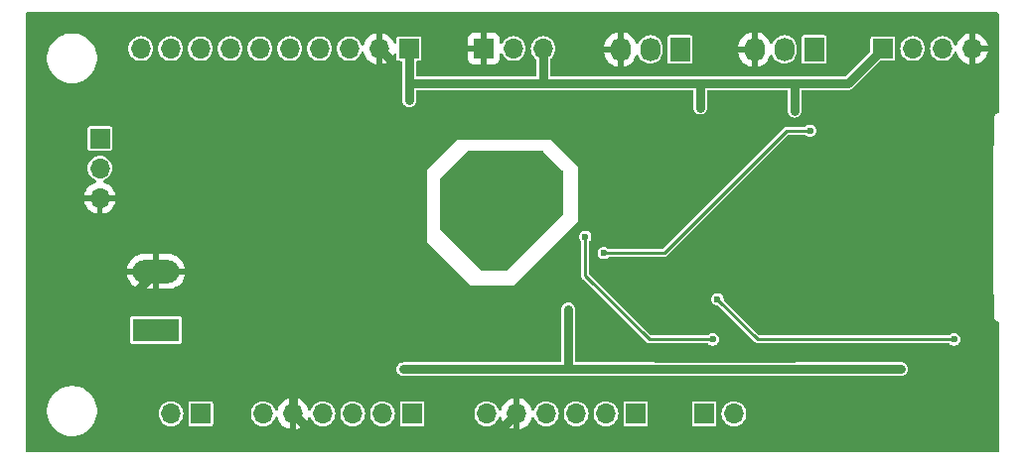
<source format=gbr>
%TF.GenerationSoftware,KiCad,Pcbnew,7.0.5*%
%TF.CreationDate,2023-07-07T02:12:31+07:00*%
%TF.ProjectId,snaaur_v1,736e6161-7572-45f7-9631-2e6b69636164,rev?*%
%TF.SameCoordinates,Original*%
%TF.FileFunction,Copper,L2,Bot*%
%TF.FilePolarity,Positive*%
%FSLAX46Y46*%
G04 Gerber Fmt 4.6, Leading zero omitted, Abs format (unit mm)*
G04 Created by KiCad (PCBNEW 7.0.5) date 2023-07-07 02:12:31*
%MOMM*%
%LPD*%
G01*
G04 APERTURE LIST*
%TA.AperFunction,ComponentPad*%
%ADD10R,1.700000X1.700000*%
%TD*%
%TA.AperFunction,ComponentPad*%
%ADD11O,1.700000X1.700000*%
%TD*%
%TA.AperFunction,ComponentPad*%
%ADD12R,3.960000X1.980000*%
%TD*%
%TA.AperFunction,ComponentPad*%
%ADD13O,3.960000X1.980000*%
%TD*%
%TA.AperFunction,ComponentPad*%
%ADD14R,1.730000X2.030000*%
%TD*%
%TA.AperFunction,ComponentPad*%
%ADD15O,1.730000X2.030000*%
%TD*%
%TA.AperFunction,ViaPad*%
%ADD16C,0.600000*%
%TD*%
%TA.AperFunction,Conductor*%
%ADD17C,0.762000*%
%TD*%
%TA.AperFunction,Conductor*%
%ADD18C,0.254000*%
%TD*%
G04 APERTURE END LIST*
D10*
%TO.P,J2,1,Pin_1*%
%TO.N,+3.3V*%
X177062500Y-58095000D03*
D11*
%TO.P,J2,2,Pin_2*%
%TO.N,SWCLK*%
X179602500Y-58095000D03*
%TO.P,J2,3,Pin_3*%
%TO.N,SWDIO*%
X182142500Y-58095000D03*
%TO.P,J2,4,Pin_4*%
%TO.N,GND*%
X184682500Y-58095000D03*
%TD*%
D12*
%TO.P,J1,1,Pin_1*%
%TO.N,+12V*%
X115102000Y-82133000D03*
D13*
%TO.P,J1,2,Pin_2*%
%TO.N,GND*%
X115102000Y-77133000D03*
%TD*%
D10*
%TO.P,J11,1,Pin_1*%
%TO.N,+5V*%
X110316000Y-65771000D03*
D11*
%TO.P,J11,2,Pin_2*%
X110316000Y-68311000D03*
%TO.P,J11,3,Pin_3*%
%TO.N,GND*%
X110316000Y-70851000D03*
%TD*%
D14*
%TO.P,J9,1,Pin_1*%
%TO.N,/PWM1_CH1*%
X171196000Y-58166000D03*
D15*
%TO.P,J9,2,Pin_2*%
%TO.N,Net-(J9-Pin_2)*%
X168656000Y-58166000D03*
%TO.P,J9,3,Pin_3*%
%TO.N,GND*%
X166116000Y-58166000D03*
%TD*%
D10*
%TO.P,J5,1,Pin_1*%
%TO.N,-M1*%
X118917000Y-89274000D03*
D11*
%TO.P,J5,2,Pin_2*%
%TO.N,+M1*%
X116377000Y-89274000D03*
%TD*%
D10*
%TO.P,J6,1,Pin_1*%
%TO.N,+M1*%
X136946000Y-89274000D03*
D11*
%TO.P,J6,2,Pin_2*%
%TO.N,Net-(J6-Pin_2)*%
X134406000Y-89274000D03*
%TO.P,J6,3,Pin_3*%
%TO.N,enc_in_1b*%
X131866000Y-89274000D03*
%TO.P,J6,4,Pin_4*%
%TO.N,enc_in_1a*%
X129326000Y-89274000D03*
%TO.P,J6,5,Pin_5*%
%TO.N,GND*%
X126786000Y-89274000D03*
%TO.P,J6,6,Pin_6*%
%TO.N,-M1*%
X124246000Y-89274000D03*
%TD*%
D10*
%TO.P,J3,1,Pin_1*%
%TO.N,GND*%
X143031500Y-58095000D03*
D11*
%TO.P,J3,2,Pin_2*%
%TO.N,BOOT0*%
X145571500Y-58095000D03*
%TO.P,J3,3,Pin_3*%
%TO.N,+3.3V*%
X148111500Y-58095000D03*
%TD*%
D10*
%TO.P,J4,1,Pin_1*%
%TO.N,+3.3V*%
X136666500Y-58095000D03*
D11*
%TO.P,J4,2,Pin_2*%
%TO.N,GND*%
X134126500Y-58095000D03*
%TO.P,J4,3,Pin_3*%
%TO.N,IMU_SCL*%
X131586500Y-58095000D03*
%TO.P,J4,4,Pin_4*%
%TO.N,IMU_SDA*%
X129046500Y-58095000D03*
%TO.P,J4,5,Pin_5*%
%TO.N,unconnected-(J4-Pin_5-Pad5)*%
X126506500Y-58095000D03*
%TO.P,J4,6,Pin_6*%
%TO.N,unconnected-(J4-Pin_6-Pad6)*%
X123966500Y-58095000D03*
%TO.P,J4,7,Pin_7*%
%TO.N,unconnected-(J4-Pin_7-Pad7)*%
X121426500Y-58095000D03*
%TO.P,J4,8,Pin_8*%
%TO.N,unconnected-(J4-Pin_8-Pad8)*%
X118886500Y-58095000D03*
%TO.P,J4,9,Pin_9*%
%TO.N,unconnected-(J4-Pin_9-Pad9)*%
X116346500Y-58095000D03*
%TO.P,J4,10,Pin_10*%
%TO.N,unconnected-(J4-Pin_10-Pad10)*%
X113806500Y-58095000D03*
%TD*%
D14*
%TO.P,J10,1,Pin_1*%
%TO.N,/PWM2_CH1*%
X159766000Y-58166000D03*
D15*
%TO.P,J10,2,Pin_2*%
%TO.N,Net-(J10-Pin_2)*%
X157226000Y-58166000D03*
%TO.P,J10,3,Pin_3*%
%TO.N,GND*%
X154686000Y-58166000D03*
%TD*%
D10*
%TO.P,J7,1,Pin_1*%
%TO.N,+M2*%
X161833000Y-89274000D03*
D11*
%TO.P,J7,2,Pin_2*%
%TO.N,-M2*%
X164373000Y-89274000D03*
%TD*%
D10*
%TO.P,J8,1,Pin_1*%
%TO.N,+M2*%
X155996000Y-89274000D03*
D11*
%TO.P,J8,2,Pin_2*%
%TO.N,Net-(J8-Pin_2)*%
X153456000Y-89274000D03*
%TO.P,J8,3,Pin_3*%
%TO.N,enc_in_2b*%
X150916000Y-89274000D03*
%TO.P,J8,4,Pin_4*%
%TO.N,enc_in_2a*%
X148376000Y-89274000D03*
%TO.P,J8,5,Pin_5*%
%TO.N,GND*%
X145836000Y-89274000D03*
%TO.P,J8,6,Pin_6*%
%TO.N,-M2*%
X143296000Y-89274000D03*
%TD*%
D16*
%TO.N,GND*%
X174800977Y-56836500D03*
X179880977Y-64456500D03*
X164640977Y-77156500D03*
X107490977Y-78426500D03*
X107490977Y-82236500D03*
X136225000Y-78994000D03*
X164640977Y-87316500D03*
X170990977Y-88586500D03*
X184960977Y-75886500D03*
X169720977Y-75886500D03*
X104950977Y-77156500D03*
X108760977Y-63186500D03*
X115110977Y-65726500D03*
X172260977Y-70806500D03*
X115110977Y-64456500D03*
X112570977Y-72076500D03*
X104950977Y-59376500D03*
X106220977Y-74616500D03*
X104950977Y-75886500D03*
X112570977Y-60646500D03*
X146860977Y-87316500D03*
X184960977Y-77156500D03*
X157020977Y-72076500D03*
X181150977Y-77156500D03*
X106220977Y-64456500D03*
X130350977Y-73346500D03*
X155750977Y-87316500D03*
X148130977Y-63186500D03*
X186230977Y-89856500D03*
X107490977Y-66996500D03*
X179880977Y-75886500D03*
X131620977Y-72076500D03*
X176070977Y-75886500D03*
X172260977Y-74616500D03*
X112570977Y-74616500D03*
X125270977Y-65726500D03*
X110030977Y-74616500D03*
X173530977Y-73346500D03*
X143050977Y-87316500D03*
X120190977Y-84776500D03*
X153210977Y-72076500D03*
X111300977Y-56836500D03*
X121460977Y-83506500D03*
X129080977Y-72076500D03*
X168450977Y-91126500D03*
X104950977Y-91126500D03*
X136225000Y-68375000D03*
X182420977Y-72076500D03*
X110030977Y-80966500D03*
X111300977Y-88586500D03*
X108760977Y-72076500D03*
X126540977Y-79696500D03*
X153210977Y-56836500D03*
X107490977Y-84776500D03*
X151940977Y-87316500D03*
X110030977Y-77156500D03*
X176070977Y-68266500D03*
X158290977Y-80966500D03*
X181150977Y-75886500D03*
X160830977Y-87316500D03*
X162100977Y-87316500D03*
X140510977Y-70806500D03*
X127810977Y-61916500D03*
X176070977Y-69536500D03*
X181150977Y-89856500D03*
X183690977Y-70806500D03*
X132890977Y-61916500D03*
X181150977Y-70806500D03*
X170990977Y-63186500D03*
X178610977Y-73346500D03*
X124000977Y-84776500D03*
X158290977Y-70806500D03*
X110030977Y-91126500D03*
X181150977Y-73346500D03*
X169720977Y-74616500D03*
X110030977Y-73346500D03*
X164640977Y-74616500D03*
X126540977Y-84776500D03*
X104950977Y-87316500D03*
X111300977Y-60646500D03*
X107490977Y-74616500D03*
X183690977Y-73346500D03*
X117650977Y-65726500D03*
X117650977Y-74616500D03*
X178610977Y-72076500D03*
X104950977Y-66996500D03*
X141780977Y-87316500D03*
X182420977Y-77156500D03*
X184960977Y-74616500D03*
X178610977Y-77156500D03*
X179880977Y-91126500D03*
X154480977Y-72076500D03*
X172260977Y-69536500D03*
X134160977Y-66996500D03*
X170990977Y-91126500D03*
X173530977Y-56836500D03*
X107490977Y-61916500D03*
X112570977Y-69536500D03*
X115110977Y-79696500D03*
X182420977Y-74616500D03*
X172260977Y-72076500D03*
X186230977Y-56836500D03*
X110030977Y-86046500D03*
X164640977Y-56836500D03*
X182420977Y-68266500D03*
X165910977Y-89856500D03*
X170990977Y-70806500D03*
X106220977Y-79696500D03*
X108760977Y-75886500D03*
X116380977Y-63186500D03*
X125270977Y-83506500D03*
X104950977Y-88586500D03*
X136225000Y-71374000D03*
X104950977Y-79696500D03*
X112570977Y-65726500D03*
X112570977Y-75886500D03*
X172260977Y-73346500D03*
X169720977Y-68266500D03*
X122730977Y-84776500D03*
X163370977Y-56836500D03*
X126540977Y-68266500D03*
X183690977Y-68266500D03*
X155750977Y-68266500D03*
X178610977Y-64456500D03*
X129080977Y-73346500D03*
X186230977Y-58106500D03*
X173530977Y-91126500D03*
X106220977Y-77156500D03*
X104950977Y-72076500D03*
X108760977Y-68266500D03*
X130350977Y-75886500D03*
X172260977Y-64456500D03*
X106220977Y-69536500D03*
X173530977Y-75886500D03*
X112570977Y-66996500D03*
X170990977Y-73346500D03*
X113840977Y-89856500D03*
X132890977Y-63186500D03*
X184960977Y-60646500D03*
X104950977Y-63186500D03*
X164640977Y-73346500D03*
X151940977Y-58106500D03*
X183690977Y-84776500D03*
X181150977Y-68266500D03*
X108760977Y-83506500D03*
X181150977Y-91126500D03*
X177340977Y-91126500D03*
X140510977Y-88586500D03*
X158290977Y-72076500D03*
X181150977Y-69536500D03*
X112570977Y-91126500D03*
X106220977Y-66996500D03*
X110030977Y-75886500D03*
X172260977Y-87316500D03*
X183690977Y-72076500D03*
X170990977Y-68266500D03*
X125270977Y-79696500D03*
X120190977Y-79696500D03*
X184960977Y-69536500D03*
X139240977Y-56836500D03*
X179880977Y-72076500D03*
X116380977Y-79696500D03*
X104950977Y-84776500D03*
X115110977Y-63186500D03*
X186230977Y-84776500D03*
X178610977Y-75886500D03*
X169720977Y-77156500D03*
X104950977Y-56836500D03*
X154480977Y-69536500D03*
X116380977Y-84776500D03*
X169720977Y-70806500D03*
X106220977Y-72076500D03*
X136700977Y-87316500D03*
X129080977Y-60646500D03*
X111300977Y-77156500D03*
X169720977Y-72076500D03*
X106220977Y-68266500D03*
X179880977Y-77156500D03*
X173530977Y-69536500D03*
X172260977Y-75886500D03*
X177340977Y-68266500D03*
X177340977Y-70806500D03*
X113840977Y-65726500D03*
X173530977Y-63186500D03*
X177340977Y-74616500D03*
X160212120Y-84440120D03*
X176070977Y-91126500D03*
X108760977Y-65726500D03*
X167180977Y-91126500D03*
X116380977Y-64456500D03*
X176070977Y-73346500D03*
X125270977Y-68266500D03*
X184960977Y-89856500D03*
X157020977Y-80966500D03*
X179880977Y-74616500D03*
X107490977Y-69536500D03*
X108760977Y-73346500D03*
X116380977Y-74616500D03*
X162100977Y-58106500D03*
X112570977Y-89856500D03*
X107490977Y-83506500D03*
X182420977Y-88586500D03*
X183690977Y-89856500D03*
X169720977Y-89856500D03*
X124000977Y-79696500D03*
X126540977Y-61916500D03*
X165910977Y-88586500D03*
X148844000Y-79150000D03*
X126540977Y-66996500D03*
X110030977Y-87316500D03*
X154480977Y-68266500D03*
X139240977Y-63186500D03*
X107490977Y-80966500D03*
X132890977Y-64456500D03*
X107490977Y-73346500D03*
X104950977Y-64456500D03*
X108760977Y-74616500D03*
X113840977Y-64456500D03*
X173530977Y-68266500D03*
X130350977Y-61916500D03*
X170990977Y-75886500D03*
X169720977Y-91126500D03*
X162100977Y-56836500D03*
X130350977Y-79696500D03*
X104950977Y-80966500D03*
X117650977Y-64456500D03*
X104950977Y-69536500D03*
X174800977Y-75886500D03*
X124000977Y-69536500D03*
X112570977Y-68266500D03*
X129080977Y-75886500D03*
X108760977Y-70806500D03*
X110030977Y-79696500D03*
X140510977Y-73346500D03*
X181150977Y-88586500D03*
X121460977Y-84776500D03*
X113840977Y-88586500D03*
X117650977Y-84776500D03*
X183690977Y-69536500D03*
X108760977Y-66996500D03*
X137970977Y-87316500D03*
X170990977Y-69536500D03*
X126540977Y-65726500D03*
X106220977Y-73346500D03*
X125270977Y-70806500D03*
X104950977Y-82236500D03*
X132890977Y-87316500D03*
X107490977Y-72076500D03*
X182420977Y-69536500D03*
X177340977Y-64456500D03*
X178610977Y-63186500D03*
X111300977Y-61916500D03*
X174800977Y-68266500D03*
X177340977Y-72076500D03*
X179880977Y-89856500D03*
X155750977Y-66996500D03*
X104950977Y-73346500D03*
X106220977Y-86046500D03*
X186230977Y-61916500D03*
X172260977Y-63186500D03*
X153210977Y-59376500D03*
X174800977Y-70806500D03*
X174800977Y-63186500D03*
X107490977Y-77156500D03*
X104950977Y-68266500D03*
X125270977Y-84776500D03*
X111300977Y-74616500D03*
X139240977Y-88586500D03*
X131620977Y-61916500D03*
X150670977Y-56836500D03*
X183690977Y-77156500D03*
X131620977Y-74616500D03*
X177340977Y-73346500D03*
X159560977Y-87316500D03*
X169720977Y-73346500D03*
X118920977Y-79696500D03*
X107490977Y-86046500D03*
X132890977Y-65726500D03*
X174800977Y-91126500D03*
X111300977Y-86046500D03*
X108760977Y-84776500D03*
X145590977Y-87316500D03*
X112570977Y-73346500D03*
X184960977Y-70806500D03*
X157020977Y-87316500D03*
X106220977Y-78426500D03*
X110030977Y-84776500D03*
X157020977Y-66996500D03*
X168450977Y-89856500D03*
X174800977Y-72076500D03*
X182420977Y-64456500D03*
X176070977Y-70806500D03*
X106220977Y-83506500D03*
X108760977Y-78426500D03*
X127810977Y-84776500D03*
X129080977Y-74616500D03*
X135041000Y-61270000D03*
X153210977Y-69536500D03*
X178610977Y-89856500D03*
X163370977Y-58106500D03*
X155750977Y-72076500D03*
X107490977Y-79696500D03*
X164640977Y-75886500D03*
X153210977Y-68266500D03*
X140510977Y-72076500D03*
X110030977Y-78426500D03*
X173530977Y-64456500D03*
X111300977Y-87316500D03*
X104950977Y-89856500D03*
X172260977Y-88586500D03*
X174800977Y-58106500D03*
X186230977Y-59376500D03*
X176070977Y-64456500D03*
X186230977Y-91126500D03*
X140510977Y-87316500D03*
X165910977Y-91126500D03*
X173530977Y-74616500D03*
X131620977Y-79696500D03*
X122730977Y-69536500D03*
X172260977Y-91126500D03*
X140510977Y-69536500D03*
X177340977Y-69536500D03*
X184960977Y-91126500D03*
X106220977Y-63186500D03*
X115110977Y-91126500D03*
X130350977Y-68266500D03*
X182420977Y-75886500D03*
X183690977Y-60646500D03*
X110030977Y-63186500D03*
X111300977Y-89856500D03*
X104950977Y-70806500D03*
X179880977Y-68266500D03*
X122730977Y-70806500D03*
X125270977Y-80966500D03*
X107490977Y-68266500D03*
X115110977Y-74616500D03*
X167825000Y-63370000D03*
X182420977Y-89856500D03*
X127810977Y-60646500D03*
X182420977Y-91126500D03*
X174800977Y-69536500D03*
X141780977Y-68266500D03*
X173530977Y-58106500D03*
X158290977Y-79696500D03*
X177340977Y-77156500D03*
X108760977Y-82236500D03*
X178610977Y-91126500D03*
X167180977Y-89856500D03*
X151940977Y-56836500D03*
X178610977Y-69536500D03*
X182420977Y-73346500D03*
X173530977Y-72076500D03*
X108760977Y-61916500D03*
X104950977Y-83506500D03*
X126540977Y-60646500D03*
X120190977Y-83506500D03*
X172260977Y-77156500D03*
X121460977Y-70806500D03*
X186230977Y-63186500D03*
X129080977Y-84776500D03*
X176070977Y-72076500D03*
X110030977Y-82236500D03*
X112570977Y-87316500D03*
X107490977Y-64456500D03*
X170990977Y-89856500D03*
X111300977Y-75886500D03*
X131620977Y-75886500D03*
X108760977Y-69536500D03*
X183690977Y-74616500D03*
X172260977Y-68266500D03*
X124000977Y-70806500D03*
X106220977Y-61916500D03*
X107490977Y-65726500D03*
X176070977Y-77156500D03*
X182420977Y-60646500D03*
X186230977Y-60646500D03*
X110030977Y-56836500D03*
X104950977Y-58106500D03*
X111300977Y-59376500D03*
X121460977Y-79696500D03*
X176070977Y-63186500D03*
X139240977Y-87316500D03*
X184960977Y-61916500D03*
X181150977Y-74616500D03*
X117650977Y-79696500D03*
X165910977Y-65726500D03*
X165910977Y-87316500D03*
X117650977Y-63186500D03*
X174800977Y-89856500D03*
X178610977Y-70806500D03*
X169720977Y-69536500D03*
X154480977Y-66996500D03*
X177340977Y-89856500D03*
X170990977Y-72076500D03*
X118920977Y-83506500D03*
X113840977Y-74616500D03*
X118920977Y-84776500D03*
X118920977Y-65726500D03*
X179880977Y-69536500D03*
X177340977Y-63186500D03*
X164640977Y-72076500D03*
X125270977Y-61916500D03*
X184960977Y-73346500D03*
X106220977Y-75886500D03*
X179880977Y-73346500D03*
X183690977Y-91126500D03*
X130350977Y-74616500D03*
X181150977Y-86046500D03*
X106220977Y-70806500D03*
X108760977Y-77156500D03*
X176070977Y-74616500D03*
X176070977Y-89856500D03*
X131620977Y-73346500D03*
X108760977Y-80966500D03*
X140510977Y-56836500D03*
X108760977Y-79696500D03*
X125270977Y-82236500D03*
X107490977Y-63186500D03*
X183690977Y-75886500D03*
X107490977Y-70806500D03*
X106220977Y-84776500D03*
X170990977Y-74616500D03*
X104950977Y-78426500D03*
X163625000Y-63370000D03*
X116380977Y-65726500D03*
X173530977Y-77156500D03*
X110030977Y-61916500D03*
X110030977Y-83506500D03*
X104950977Y-65726500D03*
X108760977Y-86046500D03*
X184960977Y-68266500D03*
X186230977Y-86046500D03*
X111300977Y-78426500D03*
X173530977Y-89856500D03*
X129080977Y-61916500D03*
X174800977Y-73346500D03*
X111300977Y-73346500D03*
X170990977Y-87316500D03*
X111300977Y-58106500D03*
X184960977Y-72076500D03*
X125270977Y-69536500D03*
X104950977Y-86046500D03*
X178610977Y-74616500D03*
X158290977Y-87316500D03*
X104950977Y-61916500D03*
X129080977Y-79696500D03*
X182420977Y-70806500D03*
X125270977Y-66996500D03*
X182420977Y-86046500D03*
X106220977Y-65726500D03*
X178610977Y-68266500D03*
X182420977Y-87316500D03*
X172260977Y-89856500D03*
X163370977Y-87316500D03*
X170990977Y-77156500D03*
X164640977Y-78426500D03*
X174800977Y-74616500D03*
X174800977Y-77156500D03*
X177340977Y-75886500D03*
X144320977Y-87316500D03*
X130350977Y-72076500D03*
X181150977Y-87316500D03*
X106220977Y-82236500D03*
X111300977Y-91126500D03*
X104950977Y-60646500D03*
X125270977Y-60646500D03*
X179880977Y-70806500D03*
X181150977Y-72076500D03*
X121460977Y-69536500D03*
X183690977Y-86046500D03*
X174800977Y-64456500D03*
X153210977Y-66996500D03*
X124000977Y-60646500D03*
X112570977Y-88586500D03*
X106220977Y-56836500D03*
X125270977Y-73346500D03*
X169418000Y-84502000D03*
X107490977Y-75886500D03*
X106220977Y-80966500D03*
X104950977Y-74616500D03*
X127810977Y-79696500D03*
X108760977Y-64456500D03*
X113840977Y-91126500D03*
X150670977Y-58106500D03*
X173530977Y-70806500D03*
X122730977Y-79696500D03*
X181150977Y-64456500D03*
%TO.N,+3.3V*%
X161431880Y-85464000D03*
X136692000Y-62501300D03*
X150250000Y-80375000D03*
X136200000Y-85475000D03*
X161482400Y-63136840D03*
X169558500Y-63392500D03*
X155361000Y-85464000D03*
X178602000Y-85464000D03*
%TO.N,NRST*%
X151678000Y-74161000D03*
X162560000Y-82924000D03*
%TO.N,BLE_ENB*%
X183134000Y-82924000D03*
X162958000Y-79502000D03*
%TO.N,BLUE_RESET*%
X153275000Y-75550000D03*
X170855000Y-65093200D03*
%TD*%
D17*
%TO.N,GND*%
X112050000Y-83800000D02*
X112050000Y-80185000D01*
X135041000Y-61270000D02*
X135041000Y-59009500D01*
X160212120Y-84440120D02*
X160150240Y-84502000D01*
X135041000Y-59009500D02*
X134126500Y-58095000D01*
X144405000Y-90705000D02*
X128217000Y-90705000D01*
X160150240Y-84502000D02*
X157715736Y-84502000D01*
X114550000Y-86300000D02*
X112050000Y-83800000D01*
X169418000Y-84502000D02*
X160274000Y-84502000D01*
X136381000Y-79150000D02*
X136225000Y-78994000D01*
X157715736Y-84502000D02*
X152363736Y-79150000D01*
X160274000Y-84502000D02*
X160212120Y-84440120D01*
X126825000Y-86300000D02*
X126786000Y-86339000D01*
X167825000Y-63370000D02*
X163625000Y-63370000D01*
X112050000Y-80185000D02*
X115102000Y-77133000D01*
X145836000Y-89274000D02*
X144405000Y-90705000D01*
X136225000Y-81199000D02*
X131124000Y-86300000D01*
X128217000Y-90705000D02*
X126786000Y-89274000D01*
X126825000Y-86300000D02*
X114550000Y-86300000D01*
X126786000Y-86339000D02*
X126786000Y-89274000D01*
X131124000Y-86300000D02*
X126825000Y-86300000D01*
X136225000Y-68375000D02*
X136225000Y-71374000D01*
X136225000Y-78994000D02*
X136225000Y-81199000D01*
X148844000Y-79150000D02*
X136381000Y-79150000D01*
X152363736Y-79150000D02*
X148844000Y-79150000D01*
%TO.N,+3.3V*%
X172455200Y-61029200D02*
X169585000Y-61029200D01*
X136666500Y-58095000D02*
X136666500Y-61029200D01*
X146902800Y-85464000D02*
X136211000Y-85464000D01*
X150250000Y-85439000D02*
X150275000Y-85464000D01*
X177062500Y-58095000D02*
X174128300Y-61029200D01*
X146902800Y-85464000D02*
X150275000Y-85464000D01*
X169585000Y-61029200D02*
X161482400Y-61029200D01*
X169558500Y-63392500D02*
X169558500Y-61055700D01*
X136211000Y-85464000D02*
X136200000Y-85475000D01*
X150250000Y-80375000D02*
X150250000Y-85439000D01*
X148111500Y-61029200D02*
X136666500Y-61029200D01*
X136666500Y-62475800D02*
X136666500Y-61029200D01*
X161482400Y-61029200D02*
X148111500Y-61029200D01*
X161482400Y-63136840D02*
X161482400Y-61029200D01*
X174128300Y-61029200D02*
X172455200Y-61029200D01*
X150275000Y-85464000D02*
X164530400Y-85464000D01*
X164530400Y-85464000D02*
X178602000Y-85464000D01*
X148111500Y-58095000D02*
X148111500Y-61029200D01*
X169558500Y-61055700D02*
X169585000Y-61029200D01*
X136692000Y-62501300D02*
X136666500Y-62475800D01*
D18*
%TO.N,NRST*%
X157139000Y-82924000D02*
X151678000Y-77463000D01*
X162560000Y-82924000D02*
X157139000Y-82924000D01*
X151678000Y-77463000D02*
X151678000Y-74161000D01*
%TO.N,BLE_ENB*%
X183134000Y-82924000D02*
X183130000Y-82920000D01*
X183130000Y-82920000D02*
X166376000Y-82920000D01*
X166376000Y-82920000D02*
X162958000Y-79502000D01*
%TO.N,BLUE_RESET*%
X158417000Y-75550000D02*
X168873800Y-65093200D01*
X153275000Y-75550000D02*
X158417000Y-75550000D01*
X168873800Y-65093200D02*
X170855000Y-65093200D01*
%TD*%
%TA.AperFunction,Conductor*%
%TO.N,GND*%
G36*
X148090677Y-66844685D02*
G01*
X148111319Y-66861319D01*
X149738681Y-68488681D01*
X149772166Y-68550004D01*
X149775000Y-68576362D01*
X149775000Y-72223637D01*
X149755315Y-72290676D01*
X149738681Y-72311318D01*
X145053319Y-76996681D01*
X144991996Y-77030166D01*
X144965638Y-77033000D01*
X142834362Y-77033000D01*
X142767323Y-77013315D01*
X142746681Y-76996681D01*
X139382319Y-73632319D01*
X139348834Y-73570996D01*
X139346000Y-73544638D01*
X139346000Y-69205361D01*
X139365685Y-69138322D01*
X139382314Y-69117685D01*
X141638681Y-66861318D01*
X141700004Y-66827834D01*
X141726362Y-66825000D01*
X148023638Y-66825000D01*
X148090677Y-66844685D01*
G37*
%TD.AperFunction*%
%TA.AperFunction,Conductor*%
G36*
X186887039Y-55011185D02*
G01*
X186932794Y-55063989D01*
X186944000Y-55115500D01*
X186944000Y-63516202D01*
X186924315Y-63583241D01*
X186871511Y-63628996D01*
X186840412Y-63638510D01*
X186818417Y-63642180D01*
X186818411Y-63642182D01*
X186817823Y-63642501D01*
X186789282Y-63653637D01*
X186788635Y-63653800D01*
X186788631Y-63653802D01*
X186750687Y-63678591D01*
X186746287Y-63681213D01*
X186706440Y-63702778D01*
X186706437Y-63702781D01*
X186705990Y-63703267D01*
X186682601Y-63723076D01*
X186682043Y-63723440D01*
X186654209Y-63759202D01*
X186650897Y-63763112D01*
X186620206Y-63796452D01*
X186620204Y-63796455D01*
X186619938Y-63797062D01*
X186604251Y-63823389D01*
X186603844Y-63823911D01*
X186603839Y-63823920D01*
X186589127Y-63866773D01*
X186587265Y-63871545D01*
X186569060Y-63913050D01*
X186569058Y-63913056D01*
X186569004Y-63913716D01*
X186562715Y-63943709D01*
X186562501Y-63944331D01*
X186562500Y-63944339D01*
X186562500Y-63989649D01*
X186562288Y-63994770D01*
X186558546Y-64039940D01*
X186558704Y-64040564D01*
X186562500Y-64071010D01*
X186562500Y-66256137D01*
X186542815Y-66323176D01*
X186526182Y-66343818D01*
X186500000Y-66370000D01*
X186500000Y-79070000D01*
X186500002Y-79070000D01*
X186526181Y-79096179D01*
X186559666Y-79157502D01*
X186562500Y-79183861D01*
X186562500Y-81007649D01*
X186562288Y-81012770D01*
X186558546Y-81057940D01*
X186569671Y-81101873D01*
X186570723Y-81106890D01*
X186578181Y-81151585D01*
X186578494Y-81152162D01*
X186589640Y-81180726D01*
X186589802Y-81181367D01*
X186589802Y-81181368D01*
X186614586Y-81219302D01*
X186617209Y-81223705D01*
X186634941Y-81256468D01*
X186638780Y-81263562D01*
X186639259Y-81264003D01*
X186659083Y-81287409D01*
X186659440Y-81287956D01*
X186659441Y-81287957D01*
X186659442Y-81287958D01*
X186676948Y-81301582D01*
X186695202Y-81315790D01*
X186699109Y-81319099D01*
X186732449Y-81349792D01*
X186732454Y-81349795D01*
X186733053Y-81350058D01*
X186759397Y-81365756D01*
X186759909Y-81366154D01*
X186759912Y-81366155D01*
X186759915Y-81366158D01*
X186802773Y-81380871D01*
X186807534Y-81382728D01*
X186849052Y-81400940D01*
X186849062Y-81400940D01*
X186850431Y-81401288D01*
X186852118Y-81402285D01*
X186858461Y-81405067D01*
X186858125Y-81405832D01*
X186910589Y-81436823D01*
X186941986Y-81499240D01*
X186944000Y-81521496D01*
X186944000Y-92458500D01*
X186924315Y-92525539D01*
X186871511Y-92571294D01*
X186820000Y-92582500D01*
X104137500Y-92582500D01*
X104070461Y-92562815D01*
X104024706Y-92510011D01*
X104013500Y-92458500D01*
X104013500Y-89195800D01*
X105818500Y-89195800D01*
X105858205Y-89484679D01*
X105858206Y-89484685D01*
X105936878Y-89765467D01*
X106053049Y-90032918D01*
X106053048Y-90032918D01*
X106204556Y-90282063D01*
X106204558Y-90282065D01*
X106204559Y-90282067D01*
X106388583Y-90508262D01*
X106601693Y-90707292D01*
X106839918Y-90875450D01*
X106839917Y-90875450D01*
X106839919Y-90875451D01*
X107098824Y-91009605D01*
X107373584Y-91107254D01*
X107373587Y-91107254D01*
X107373592Y-91107256D01*
X107659083Y-91166582D01*
X107659082Y-91166582D01*
X107686344Y-91168446D01*
X107877179Y-91181500D01*
X107877186Y-91181500D01*
X108022814Y-91181500D01*
X108022821Y-91181500D01*
X108240917Y-91166582D01*
X108416664Y-91130060D01*
X108526407Y-91107256D01*
X108526408Y-91107255D01*
X108526416Y-91107254D01*
X108801176Y-91009605D01*
X109060081Y-90875451D01*
X109298307Y-90707292D01*
X109511417Y-90508262D01*
X109695441Y-90282067D01*
X109846950Y-90032920D01*
X109963123Y-89765464D01*
X110041795Y-89484680D01*
X110070751Y-89274000D01*
X115318202Y-89274000D01*
X115338546Y-89480559D01*
X115338547Y-89480561D01*
X115398798Y-89679184D01*
X115398799Y-89679186D01*
X115398800Y-89679188D01*
X115398801Y-89679191D01*
X115496638Y-89862231D01*
X115496642Y-89862238D01*
X115628316Y-90022683D01*
X115788761Y-90154357D01*
X115788768Y-90154361D01*
X115971808Y-90252198D01*
X115971809Y-90252198D01*
X115971816Y-90252202D01*
X116170439Y-90312453D01*
X116170438Y-90312453D01*
X116190782Y-90314456D01*
X116377000Y-90332798D01*
X116583561Y-90312453D01*
X116782184Y-90252202D01*
X116965237Y-90154358D01*
X116977778Y-90144066D01*
X117863299Y-90144066D01*
X117875117Y-90203476D01*
X117875118Y-90203479D01*
X117875119Y-90203480D01*
X117920140Y-90270860D01*
X117981869Y-90312105D01*
X117987520Y-90315881D01*
X117987523Y-90315882D01*
X118046933Y-90327700D01*
X118046936Y-90327700D01*
X119787066Y-90327700D01*
X119846476Y-90315882D01*
X119846477Y-90315881D01*
X119846480Y-90315881D01*
X119913860Y-90270860D01*
X119958881Y-90203480D01*
X119968652Y-90154361D01*
X119970700Y-90144066D01*
X119970700Y-89273999D01*
X123187202Y-89273999D01*
X123207546Y-89480559D01*
X123207547Y-89480561D01*
X123267798Y-89679184D01*
X123267799Y-89679186D01*
X123267800Y-89679188D01*
X123267801Y-89679191D01*
X123365638Y-89862231D01*
X123365642Y-89862238D01*
X123497316Y-90022683D01*
X123657761Y-90154357D01*
X123657768Y-90154361D01*
X123840808Y-90252198D01*
X123840809Y-90252198D01*
X123840816Y-90252202D01*
X124039439Y-90312453D01*
X124039438Y-90312453D01*
X124059783Y-90314456D01*
X124246000Y-90332798D01*
X124452561Y-90312453D01*
X124651184Y-90252202D01*
X124834237Y-90154358D01*
X124994683Y-90022683D01*
X125126358Y-89862237D01*
X125224202Y-89679184D01*
X125242974Y-89617298D01*
X125281270Y-89558862D01*
X125345082Y-89530405D01*
X125414149Y-89540964D01*
X125466543Y-89587188D01*
X125481409Y-89621201D01*
X125512567Y-89737486D01*
X125512570Y-89737492D01*
X125612399Y-89951578D01*
X125747894Y-90145082D01*
X125914917Y-90312105D01*
X126108421Y-90447600D01*
X126322507Y-90547429D01*
X126322516Y-90547433D01*
X126536000Y-90604634D01*
X126536000Y-89709501D01*
X126643685Y-89758680D01*
X126750237Y-89774000D01*
X126821763Y-89774000D01*
X126928315Y-89758680D01*
X127035999Y-89709501D01*
X127036000Y-90604633D01*
X127249483Y-90547433D01*
X127249492Y-90547429D01*
X127463578Y-90447600D01*
X127657082Y-90312105D01*
X127824105Y-90145082D01*
X127959600Y-89951578D01*
X128059429Y-89737492D01*
X128059433Y-89737483D01*
X128090590Y-89621202D01*
X128126954Y-89561542D01*
X128189801Y-89531012D01*
X128259177Y-89539306D01*
X128313055Y-89583791D01*
X128329025Y-89617299D01*
X128347797Y-89679181D01*
X128347801Y-89679191D01*
X128445638Y-89862231D01*
X128445642Y-89862238D01*
X128577316Y-90022683D01*
X128737761Y-90154357D01*
X128737768Y-90154361D01*
X128920808Y-90252198D01*
X128920809Y-90252198D01*
X128920816Y-90252202D01*
X129119439Y-90312453D01*
X129119438Y-90312453D01*
X129139783Y-90314456D01*
X129326000Y-90332798D01*
X129532561Y-90312453D01*
X129731184Y-90252202D01*
X129914237Y-90154358D01*
X130074683Y-90022683D01*
X130206358Y-89862237D01*
X130304202Y-89679184D01*
X130364453Y-89480561D01*
X130384798Y-89274000D01*
X130384798Y-89273999D01*
X130807202Y-89273999D01*
X130827546Y-89480559D01*
X130827547Y-89480561D01*
X130887798Y-89679184D01*
X130887799Y-89679186D01*
X130887800Y-89679188D01*
X130887801Y-89679191D01*
X130985638Y-89862231D01*
X130985642Y-89862238D01*
X131117316Y-90022683D01*
X131277761Y-90154357D01*
X131277768Y-90154361D01*
X131460808Y-90252198D01*
X131460809Y-90252198D01*
X131460816Y-90252202D01*
X131659439Y-90312453D01*
X131659438Y-90312453D01*
X131679782Y-90314456D01*
X131866000Y-90332798D01*
X132072561Y-90312453D01*
X132271184Y-90252202D01*
X132454237Y-90154358D01*
X132614683Y-90022683D01*
X132746358Y-89862237D01*
X132844202Y-89679184D01*
X132904453Y-89480561D01*
X132924798Y-89274000D01*
X132924798Y-89273999D01*
X133347202Y-89273999D01*
X133367546Y-89480559D01*
X133367547Y-89480561D01*
X133427798Y-89679184D01*
X133427799Y-89679186D01*
X133427800Y-89679188D01*
X133427801Y-89679191D01*
X133525638Y-89862231D01*
X133525642Y-89862238D01*
X133657316Y-90022683D01*
X133817761Y-90154357D01*
X133817768Y-90154361D01*
X134000808Y-90252198D01*
X134000809Y-90252198D01*
X134000816Y-90252202D01*
X134199439Y-90312453D01*
X134199438Y-90312453D01*
X134217958Y-90314277D01*
X134406000Y-90332798D01*
X134612561Y-90312453D01*
X134811184Y-90252202D01*
X134994237Y-90154358D01*
X135006778Y-90144066D01*
X135892299Y-90144066D01*
X135904117Y-90203476D01*
X135904118Y-90203479D01*
X135904119Y-90203480D01*
X135949140Y-90270860D01*
X136010869Y-90312105D01*
X136016520Y-90315881D01*
X136016523Y-90315882D01*
X136075933Y-90327700D01*
X136075936Y-90327700D01*
X137816066Y-90327700D01*
X137875476Y-90315882D01*
X137875477Y-90315881D01*
X137875480Y-90315881D01*
X137942860Y-90270860D01*
X137987881Y-90203480D01*
X137997652Y-90154361D01*
X137999700Y-90144066D01*
X137999700Y-89273999D01*
X142237202Y-89273999D01*
X142257546Y-89480559D01*
X142257547Y-89480561D01*
X142317798Y-89679184D01*
X142317799Y-89679186D01*
X142317800Y-89679188D01*
X142317801Y-89679191D01*
X142415638Y-89862231D01*
X142415642Y-89862238D01*
X142547316Y-90022683D01*
X142707761Y-90154357D01*
X142707768Y-90154361D01*
X142890808Y-90252198D01*
X142890809Y-90252198D01*
X142890816Y-90252202D01*
X143089439Y-90312453D01*
X143089438Y-90312453D01*
X143107958Y-90314277D01*
X143296000Y-90332798D01*
X143502561Y-90312453D01*
X143701184Y-90252202D01*
X143884237Y-90154358D01*
X144044683Y-90022683D01*
X144176358Y-89862237D01*
X144274202Y-89679184D01*
X144292974Y-89617298D01*
X144331270Y-89558862D01*
X144395082Y-89530405D01*
X144464149Y-89540964D01*
X144516543Y-89587188D01*
X144531409Y-89621201D01*
X144562567Y-89737486D01*
X144562570Y-89737492D01*
X144662399Y-89951578D01*
X144797894Y-90145082D01*
X144964917Y-90312105D01*
X145158421Y-90447600D01*
X145372507Y-90547429D01*
X145372516Y-90547433D01*
X145586000Y-90604634D01*
X145586000Y-89709501D01*
X145693685Y-89758680D01*
X145800237Y-89774000D01*
X145871763Y-89774000D01*
X145978315Y-89758680D01*
X146086000Y-89709501D01*
X146086000Y-90604633D01*
X146299483Y-90547433D01*
X146299492Y-90547429D01*
X146513578Y-90447600D01*
X146707082Y-90312105D01*
X146874105Y-90145082D01*
X147009600Y-89951578D01*
X147109429Y-89737492D01*
X147109433Y-89737483D01*
X147140590Y-89621202D01*
X147176954Y-89561542D01*
X147239801Y-89531012D01*
X147309177Y-89539306D01*
X147363055Y-89583791D01*
X147379025Y-89617299D01*
X147397797Y-89679181D01*
X147397801Y-89679191D01*
X147495638Y-89862231D01*
X147495642Y-89862238D01*
X147627316Y-90022683D01*
X147787761Y-90154357D01*
X147787768Y-90154361D01*
X147970808Y-90252198D01*
X147970809Y-90252198D01*
X147970816Y-90252202D01*
X148169439Y-90312453D01*
X148169438Y-90312453D01*
X148189782Y-90314456D01*
X148376000Y-90332798D01*
X148582561Y-90312453D01*
X148781184Y-90252202D01*
X148964237Y-90154358D01*
X149124683Y-90022683D01*
X149256358Y-89862237D01*
X149354202Y-89679184D01*
X149414453Y-89480561D01*
X149434798Y-89274000D01*
X149857202Y-89274000D01*
X149877546Y-89480559D01*
X149877547Y-89480561D01*
X149937798Y-89679184D01*
X149937799Y-89679186D01*
X149937800Y-89679188D01*
X149937801Y-89679191D01*
X150035638Y-89862231D01*
X150035642Y-89862238D01*
X150167316Y-90022683D01*
X150327761Y-90154357D01*
X150327768Y-90154361D01*
X150510808Y-90252198D01*
X150510809Y-90252198D01*
X150510816Y-90252202D01*
X150709439Y-90312453D01*
X150709438Y-90312453D01*
X150729782Y-90314456D01*
X150916000Y-90332798D01*
X151122561Y-90312453D01*
X151321184Y-90252202D01*
X151504237Y-90154358D01*
X151664683Y-90022683D01*
X151796358Y-89862237D01*
X151894202Y-89679184D01*
X151954453Y-89480561D01*
X151974798Y-89274000D01*
X151974798Y-89273999D01*
X152397202Y-89273999D01*
X152417546Y-89480559D01*
X152417547Y-89480561D01*
X152477798Y-89679184D01*
X152477799Y-89679186D01*
X152477800Y-89679188D01*
X152477801Y-89679191D01*
X152575638Y-89862231D01*
X152575642Y-89862238D01*
X152707316Y-90022683D01*
X152867761Y-90154357D01*
X152867768Y-90154361D01*
X153050808Y-90252198D01*
X153050809Y-90252198D01*
X153050816Y-90252202D01*
X153249439Y-90312453D01*
X153249438Y-90312453D01*
X153267958Y-90314277D01*
X153456000Y-90332798D01*
X153662561Y-90312453D01*
X153861184Y-90252202D01*
X154044237Y-90154358D01*
X154056778Y-90144066D01*
X154942299Y-90144066D01*
X154954117Y-90203476D01*
X154954118Y-90203479D01*
X154954119Y-90203480D01*
X154999140Y-90270860D01*
X155060869Y-90312105D01*
X155066520Y-90315881D01*
X155066523Y-90315882D01*
X155125933Y-90327700D01*
X155125936Y-90327700D01*
X156866066Y-90327700D01*
X156925476Y-90315882D01*
X156925477Y-90315881D01*
X156925480Y-90315881D01*
X156992860Y-90270860D01*
X157037881Y-90203480D01*
X157047652Y-90154361D01*
X157049700Y-90144066D01*
X160779299Y-90144066D01*
X160791117Y-90203476D01*
X160791118Y-90203479D01*
X160791119Y-90203480D01*
X160836140Y-90270860D01*
X160897869Y-90312105D01*
X160903520Y-90315881D01*
X160903523Y-90315882D01*
X160962933Y-90327700D01*
X160962936Y-90327700D01*
X162703066Y-90327700D01*
X162762476Y-90315882D01*
X162762477Y-90315881D01*
X162762480Y-90315881D01*
X162829860Y-90270860D01*
X162874881Y-90203480D01*
X162884652Y-90154361D01*
X162886700Y-90144066D01*
X162886700Y-89273999D01*
X163314202Y-89273999D01*
X163334546Y-89480559D01*
X163334547Y-89480561D01*
X163394798Y-89679184D01*
X163394799Y-89679186D01*
X163394800Y-89679188D01*
X163394801Y-89679191D01*
X163492638Y-89862231D01*
X163492642Y-89862238D01*
X163624316Y-90022683D01*
X163784761Y-90154357D01*
X163784768Y-90154361D01*
X163967808Y-90252198D01*
X163967809Y-90252198D01*
X163967816Y-90252202D01*
X164166439Y-90312453D01*
X164166438Y-90312453D01*
X164184958Y-90314277D01*
X164373000Y-90332798D01*
X164579561Y-90312453D01*
X164778184Y-90252202D01*
X164961237Y-90154358D01*
X165121683Y-90022683D01*
X165253358Y-89862237D01*
X165351202Y-89679184D01*
X165411453Y-89480561D01*
X165431798Y-89274000D01*
X165411453Y-89067439D01*
X165351202Y-88868816D01*
X165320035Y-88810507D01*
X165253361Y-88685768D01*
X165253357Y-88685761D01*
X165121683Y-88525316D01*
X164961238Y-88393642D01*
X164961231Y-88393638D01*
X164778191Y-88295801D01*
X164778188Y-88295800D01*
X164778187Y-88295799D01*
X164778184Y-88295798D01*
X164579561Y-88235547D01*
X164579559Y-88235546D01*
X164579561Y-88235546D01*
X164391519Y-88217026D01*
X164373000Y-88215202D01*
X164372999Y-88215202D01*
X164166440Y-88235546D01*
X164049165Y-88271121D01*
X163967816Y-88295798D01*
X163967813Y-88295799D01*
X163967811Y-88295800D01*
X163967808Y-88295801D01*
X163784768Y-88393638D01*
X163784761Y-88393642D01*
X163624316Y-88525316D01*
X163492642Y-88685761D01*
X163492638Y-88685768D01*
X163394801Y-88868808D01*
X163394800Y-88868811D01*
X163394799Y-88868813D01*
X163394798Y-88868816D01*
X163370121Y-88950165D01*
X163334546Y-89067440D01*
X163314202Y-89273999D01*
X162886700Y-89273999D01*
X162886700Y-88403933D01*
X162874882Y-88344523D01*
X162874881Y-88344520D01*
X162868207Y-88334532D01*
X162829860Y-88277140D01*
X162768130Y-88235894D01*
X162762479Y-88232118D01*
X162762476Y-88232117D01*
X162703066Y-88220300D01*
X162703064Y-88220300D01*
X160962936Y-88220300D01*
X160962934Y-88220300D01*
X160903523Y-88232117D01*
X160903520Y-88232118D01*
X160836140Y-88277140D01*
X160791118Y-88344520D01*
X160791117Y-88344523D01*
X160779300Y-88403933D01*
X160779300Y-88403935D01*
X160779300Y-88403936D01*
X160779300Y-90144064D01*
X160779300Y-90144066D01*
X160779299Y-90144066D01*
X157049700Y-90144066D01*
X157049700Y-88403933D01*
X157037882Y-88344523D01*
X157037881Y-88344520D01*
X157031207Y-88334532D01*
X156992860Y-88277140D01*
X156931130Y-88235894D01*
X156925479Y-88232118D01*
X156925476Y-88232117D01*
X156866066Y-88220300D01*
X156866064Y-88220300D01*
X155125936Y-88220300D01*
X155125934Y-88220300D01*
X155066523Y-88232117D01*
X155066520Y-88232118D01*
X154999140Y-88277140D01*
X154954118Y-88344520D01*
X154954117Y-88344523D01*
X154942300Y-88403933D01*
X154942300Y-88403935D01*
X154942300Y-88403936D01*
X154942300Y-90144064D01*
X154942300Y-90144066D01*
X154942299Y-90144066D01*
X154056778Y-90144066D01*
X154204683Y-90022683D01*
X154336358Y-89862237D01*
X154434202Y-89679184D01*
X154494453Y-89480561D01*
X154514798Y-89274000D01*
X154494453Y-89067439D01*
X154434202Y-88868816D01*
X154403035Y-88810507D01*
X154336361Y-88685768D01*
X154336357Y-88685761D01*
X154204683Y-88525316D01*
X154044238Y-88393642D01*
X154044231Y-88393638D01*
X153861191Y-88295801D01*
X153861188Y-88295800D01*
X153861187Y-88295799D01*
X153861184Y-88295798D01*
X153662561Y-88235547D01*
X153662559Y-88235546D01*
X153662561Y-88235546D01*
X153456000Y-88215202D01*
X153249440Y-88235546D01*
X153132165Y-88271121D01*
X153050816Y-88295798D01*
X153050813Y-88295799D01*
X153050811Y-88295800D01*
X153050808Y-88295801D01*
X152867768Y-88393638D01*
X152867761Y-88393642D01*
X152707316Y-88525316D01*
X152575642Y-88685761D01*
X152575638Y-88685768D01*
X152477801Y-88868808D01*
X152477800Y-88868811D01*
X152477799Y-88868813D01*
X152477798Y-88868816D01*
X152453121Y-88950165D01*
X152417546Y-89067440D01*
X152397202Y-89273999D01*
X151974798Y-89273999D01*
X151954453Y-89067439D01*
X151894202Y-88868816D01*
X151863035Y-88810507D01*
X151796361Y-88685768D01*
X151796357Y-88685761D01*
X151664683Y-88525316D01*
X151504238Y-88393642D01*
X151504231Y-88393638D01*
X151321191Y-88295801D01*
X151321188Y-88295800D01*
X151321187Y-88295799D01*
X151321184Y-88295798D01*
X151122561Y-88235547D01*
X151122559Y-88235546D01*
X151122561Y-88235546D01*
X150916000Y-88215202D01*
X150709440Y-88235546D01*
X150592165Y-88271121D01*
X150510816Y-88295798D01*
X150510813Y-88295799D01*
X150510811Y-88295800D01*
X150510808Y-88295801D01*
X150327768Y-88393638D01*
X150327761Y-88393642D01*
X150167316Y-88525316D01*
X150035642Y-88685761D01*
X150035638Y-88685768D01*
X149937801Y-88868808D01*
X149937800Y-88868811D01*
X149937799Y-88868813D01*
X149937798Y-88868816D01*
X149913121Y-88950165D01*
X149877546Y-89067440D01*
X149857202Y-89274000D01*
X149434798Y-89274000D01*
X149414453Y-89067439D01*
X149354202Y-88868816D01*
X149323035Y-88810507D01*
X149256361Y-88685768D01*
X149256357Y-88685761D01*
X149124683Y-88525316D01*
X148964238Y-88393642D01*
X148964231Y-88393638D01*
X148781191Y-88295801D01*
X148781188Y-88295800D01*
X148781187Y-88295799D01*
X148781184Y-88295798D01*
X148582561Y-88235547D01*
X148582559Y-88235546D01*
X148582561Y-88235546D01*
X148376000Y-88215202D01*
X148169440Y-88235546D01*
X148052165Y-88271121D01*
X147970816Y-88295798D01*
X147970813Y-88295799D01*
X147970811Y-88295800D01*
X147970808Y-88295801D01*
X147787768Y-88393638D01*
X147787761Y-88393642D01*
X147627316Y-88525316D01*
X147495642Y-88685761D01*
X147495638Y-88685768D01*
X147397801Y-88868808D01*
X147397798Y-88868815D01*
X147379025Y-88930701D01*
X147340727Y-88989139D01*
X147276915Y-89017595D01*
X147207848Y-89007034D01*
X147155455Y-88960809D01*
X147140590Y-88926797D01*
X147109433Y-88810516D01*
X147109429Y-88810507D01*
X147009600Y-88596422D01*
X147009599Y-88596420D01*
X146874113Y-88402926D01*
X146874108Y-88402920D01*
X146707082Y-88235894D01*
X146513578Y-88100399D01*
X146299492Y-88000570D01*
X146299486Y-88000567D01*
X146086000Y-87943364D01*
X146086000Y-88838498D01*
X145978315Y-88789320D01*
X145871763Y-88774000D01*
X145800237Y-88774000D01*
X145693685Y-88789320D01*
X145586000Y-88838498D01*
X145586000Y-87943364D01*
X145585999Y-87943364D01*
X145372513Y-88000567D01*
X145372507Y-88000570D01*
X145158422Y-88100399D01*
X145158420Y-88100400D01*
X144964926Y-88235886D01*
X144964920Y-88235891D01*
X144797891Y-88402920D01*
X144797886Y-88402926D01*
X144662400Y-88596420D01*
X144662399Y-88596422D01*
X144562570Y-88810507D01*
X144562567Y-88810514D01*
X144531409Y-88926798D01*
X144495044Y-88986458D01*
X144432197Y-89016987D01*
X144362821Y-89008692D01*
X144308943Y-88964207D01*
X144292974Y-88930701D01*
X144274202Y-88868816D01*
X144243035Y-88810507D01*
X144176361Y-88685768D01*
X144176357Y-88685761D01*
X144044683Y-88525316D01*
X143884238Y-88393642D01*
X143884231Y-88393638D01*
X143701191Y-88295801D01*
X143701188Y-88295800D01*
X143701187Y-88295799D01*
X143701184Y-88295798D01*
X143502561Y-88235547D01*
X143502559Y-88235546D01*
X143502561Y-88235546D01*
X143314519Y-88217026D01*
X143296000Y-88215202D01*
X143295999Y-88215202D01*
X143089440Y-88235546D01*
X142972165Y-88271121D01*
X142890816Y-88295798D01*
X142890813Y-88295799D01*
X142890811Y-88295800D01*
X142890808Y-88295801D01*
X142707768Y-88393638D01*
X142707761Y-88393642D01*
X142547316Y-88525316D01*
X142415642Y-88685761D01*
X142415638Y-88685768D01*
X142317801Y-88868808D01*
X142317800Y-88868811D01*
X142317799Y-88868813D01*
X142317798Y-88868816D01*
X142293121Y-88950165D01*
X142257546Y-89067440D01*
X142237202Y-89273999D01*
X137999700Y-89273999D01*
X137999700Y-88403933D01*
X137987882Y-88344523D01*
X137987881Y-88344520D01*
X137981207Y-88334532D01*
X137942860Y-88277140D01*
X137881130Y-88235894D01*
X137875479Y-88232118D01*
X137875476Y-88232117D01*
X137816066Y-88220300D01*
X137816064Y-88220300D01*
X136075936Y-88220300D01*
X136075934Y-88220300D01*
X136016523Y-88232117D01*
X136016520Y-88232118D01*
X135949140Y-88277140D01*
X135904118Y-88344520D01*
X135904117Y-88344523D01*
X135892300Y-88403933D01*
X135892300Y-88403935D01*
X135892300Y-88403936D01*
X135892300Y-90144064D01*
X135892300Y-90144066D01*
X135892299Y-90144066D01*
X135006778Y-90144066D01*
X135154683Y-90022683D01*
X135286358Y-89862237D01*
X135384202Y-89679184D01*
X135444453Y-89480561D01*
X135464798Y-89274000D01*
X135444453Y-89067439D01*
X135384202Y-88868816D01*
X135353035Y-88810507D01*
X135286361Y-88685768D01*
X135286357Y-88685761D01*
X135154683Y-88525316D01*
X134994238Y-88393642D01*
X134994231Y-88393638D01*
X134811191Y-88295801D01*
X134811188Y-88295800D01*
X134811187Y-88295799D01*
X134811184Y-88295798D01*
X134612561Y-88235547D01*
X134612559Y-88235546D01*
X134612561Y-88235546D01*
X134424519Y-88217026D01*
X134406000Y-88215202D01*
X134405999Y-88215202D01*
X134199440Y-88235546D01*
X134082165Y-88271121D01*
X134000816Y-88295798D01*
X134000813Y-88295799D01*
X134000811Y-88295800D01*
X134000808Y-88295801D01*
X133817768Y-88393638D01*
X133817761Y-88393642D01*
X133657316Y-88525316D01*
X133525642Y-88685761D01*
X133525638Y-88685768D01*
X133427801Y-88868808D01*
X133427800Y-88868811D01*
X133427799Y-88868813D01*
X133427798Y-88868816D01*
X133403121Y-88950165D01*
X133367546Y-89067440D01*
X133347202Y-89273999D01*
X132924798Y-89273999D01*
X132904453Y-89067439D01*
X132844202Y-88868816D01*
X132813035Y-88810507D01*
X132746361Y-88685768D01*
X132746357Y-88685761D01*
X132614683Y-88525316D01*
X132454238Y-88393642D01*
X132454231Y-88393638D01*
X132271191Y-88295801D01*
X132271188Y-88295800D01*
X132271187Y-88295799D01*
X132271184Y-88295798D01*
X132072561Y-88235547D01*
X132072559Y-88235546D01*
X132072561Y-88235546D01*
X131866000Y-88215202D01*
X131659440Y-88235546D01*
X131542165Y-88271121D01*
X131460816Y-88295798D01*
X131460813Y-88295799D01*
X131460811Y-88295800D01*
X131460808Y-88295801D01*
X131277768Y-88393638D01*
X131277761Y-88393642D01*
X131117316Y-88525316D01*
X130985642Y-88685761D01*
X130985638Y-88685768D01*
X130887801Y-88868808D01*
X130887800Y-88868811D01*
X130887799Y-88868813D01*
X130887798Y-88868816D01*
X130863121Y-88950165D01*
X130827546Y-89067440D01*
X130807202Y-89273999D01*
X130384798Y-89273999D01*
X130364453Y-89067439D01*
X130304202Y-88868816D01*
X130273035Y-88810507D01*
X130206361Y-88685768D01*
X130206357Y-88685761D01*
X130074683Y-88525316D01*
X129914238Y-88393642D01*
X129914231Y-88393638D01*
X129731191Y-88295801D01*
X129731188Y-88295800D01*
X129731187Y-88295799D01*
X129731184Y-88295798D01*
X129532561Y-88235547D01*
X129532559Y-88235546D01*
X129532561Y-88235546D01*
X129326000Y-88215202D01*
X129119440Y-88235546D01*
X129002165Y-88271121D01*
X128920816Y-88295798D01*
X128920813Y-88295799D01*
X128920811Y-88295800D01*
X128920808Y-88295801D01*
X128737768Y-88393638D01*
X128737761Y-88393642D01*
X128577316Y-88525316D01*
X128445642Y-88685761D01*
X128445638Y-88685768D01*
X128347801Y-88868808D01*
X128347798Y-88868815D01*
X128329025Y-88930701D01*
X128290727Y-88989139D01*
X128226915Y-89017595D01*
X128157848Y-89007034D01*
X128105455Y-88960809D01*
X128090590Y-88926797D01*
X128059433Y-88810516D01*
X128059429Y-88810507D01*
X127959600Y-88596422D01*
X127959599Y-88596420D01*
X127824113Y-88402926D01*
X127824108Y-88402920D01*
X127657082Y-88235894D01*
X127463578Y-88100399D01*
X127249492Y-88000570D01*
X127249486Y-88000567D01*
X127036000Y-87943364D01*
X127035999Y-88838498D01*
X126928315Y-88789320D01*
X126821763Y-88774000D01*
X126750237Y-88774000D01*
X126643685Y-88789320D01*
X126536000Y-88838498D01*
X126536000Y-87943364D01*
X126535999Y-87943364D01*
X126322513Y-88000567D01*
X126322507Y-88000570D01*
X126108422Y-88100399D01*
X126108420Y-88100400D01*
X125914926Y-88235886D01*
X125914920Y-88235891D01*
X125747891Y-88402920D01*
X125747886Y-88402926D01*
X125612400Y-88596420D01*
X125612399Y-88596422D01*
X125512570Y-88810507D01*
X125512567Y-88810514D01*
X125481409Y-88926798D01*
X125445044Y-88986458D01*
X125382197Y-89016987D01*
X125312821Y-89008692D01*
X125258943Y-88964207D01*
X125242974Y-88930701D01*
X125224202Y-88868816D01*
X125193035Y-88810507D01*
X125126361Y-88685768D01*
X125126357Y-88685761D01*
X124994683Y-88525316D01*
X124834238Y-88393642D01*
X124834231Y-88393638D01*
X124651191Y-88295801D01*
X124651188Y-88295800D01*
X124651187Y-88295799D01*
X124651184Y-88295798D01*
X124452561Y-88235547D01*
X124452559Y-88235546D01*
X124452561Y-88235546D01*
X124264519Y-88217026D01*
X124246000Y-88215202D01*
X124245999Y-88215202D01*
X124039440Y-88235546D01*
X123922165Y-88271121D01*
X123840816Y-88295798D01*
X123840813Y-88295799D01*
X123840811Y-88295800D01*
X123840808Y-88295801D01*
X123657768Y-88393638D01*
X123657761Y-88393642D01*
X123497316Y-88525316D01*
X123365642Y-88685761D01*
X123365638Y-88685768D01*
X123267801Y-88868808D01*
X123267800Y-88868811D01*
X123267799Y-88868813D01*
X123267798Y-88868816D01*
X123243121Y-88950165D01*
X123207546Y-89067440D01*
X123187202Y-89273999D01*
X119970700Y-89273999D01*
X119970700Y-88403933D01*
X119958882Y-88344523D01*
X119958881Y-88344520D01*
X119952207Y-88334532D01*
X119913860Y-88277140D01*
X119852130Y-88235894D01*
X119846479Y-88232118D01*
X119846476Y-88232117D01*
X119787066Y-88220300D01*
X119787064Y-88220300D01*
X118046936Y-88220300D01*
X118046934Y-88220300D01*
X117987523Y-88232117D01*
X117987520Y-88232118D01*
X117920140Y-88277140D01*
X117875118Y-88344520D01*
X117875117Y-88344523D01*
X117863300Y-88403933D01*
X117863300Y-88403935D01*
X117863300Y-88403936D01*
X117863300Y-90144064D01*
X117863300Y-90144066D01*
X117863299Y-90144066D01*
X116977778Y-90144066D01*
X117125683Y-90022683D01*
X117257358Y-89862237D01*
X117355202Y-89679184D01*
X117415453Y-89480561D01*
X117435798Y-89274000D01*
X117415453Y-89067439D01*
X117355202Y-88868816D01*
X117324035Y-88810507D01*
X117257361Y-88685768D01*
X117257357Y-88685761D01*
X117125683Y-88525316D01*
X116965238Y-88393642D01*
X116965231Y-88393638D01*
X116782191Y-88295801D01*
X116782188Y-88295800D01*
X116782187Y-88295799D01*
X116782184Y-88295798D01*
X116583561Y-88235547D01*
X116583559Y-88235546D01*
X116583561Y-88235546D01*
X116377000Y-88215202D01*
X116170440Y-88235546D01*
X116053165Y-88271121D01*
X115971816Y-88295798D01*
X115971813Y-88295799D01*
X115971811Y-88295800D01*
X115971808Y-88295801D01*
X115788768Y-88393638D01*
X115788761Y-88393642D01*
X115628316Y-88525316D01*
X115496642Y-88685761D01*
X115496638Y-88685768D01*
X115398801Y-88868808D01*
X115398800Y-88868811D01*
X115398799Y-88868813D01*
X115398798Y-88868816D01*
X115374121Y-88950165D01*
X115338546Y-89067440D01*
X115318202Y-89274000D01*
X110070751Y-89274000D01*
X110077219Y-89226943D01*
X110081500Y-89195800D01*
X110081500Y-88904199D01*
X110072938Y-88841911D01*
X110041795Y-88615320D01*
X109963123Y-88334536D01*
X109846950Y-88067081D01*
X109846951Y-88067081D01*
X109695443Y-87817936D01*
X109511416Y-87591737D01*
X109298311Y-87392712D01*
X109298312Y-87392712D01*
X109298307Y-87392708D01*
X109060081Y-87224549D01*
X109060082Y-87224549D01*
X108801174Y-87090394D01*
X108526421Y-86992747D01*
X108526407Y-86992743D01*
X108240916Y-86933417D01*
X108240917Y-86933417D01*
X108093431Y-86923329D01*
X108022821Y-86918500D01*
X107877179Y-86918500D01*
X107806568Y-86923329D01*
X107659083Y-86933417D01*
X107373592Y-86992743D01*
X107373578Y-86992747D01*
X107098825Y-87090394D01*
X106839918Y-87224549D01*
X106696981Y-87325445D01*
X106601693Y-87392708D01*
X106601690Y-87392709D01*
X106601688Y-87392712D01*
X106601687Y-87392712D01*
X106388583Y-87591737D01*
X106204556Y-87817936D01*
X106053048Y-88067081D01*
X105936878Y-88334532D01*
X105858206Y-88615314D01*
X105858205Y-88615320D01*
X105818500Y-88904199D01*
X105818500Y-89195800D01*
X104013500Y-89195800D01*
X104013500Y-85475001D01*
X135610255Y-85475001D01*
X135630349Y-85627635D01*
X135630350Y-85627637D01*
X135684709Y-85758873D01*
X135689266Y-85769873D01*
X135782987Y-85892013D01*
X135905127Y-85985734D01*
X136047363Y-86044649D01*
X136184091Y-86062650D01*
X136199999Y-86064745D01*
X136200000Y-86064745D01*
X136200001Y-86064745D01*
X136283549Y-86053745D01*
X136317835Y-86049230D01*
X136325935Y-86048700D01*
X146864479Y-86048700D01*
X150232614Y-86048700D01*
X150240713Y-86049230D01*
X150275000Y-86053745D01*
X150275001Y-86053745D01*
X150288135Y-86052015D01*
X150309289Y-86049230D01*
X150317388Y-86048700D01*
X178640314Y-86048700D01*
X178640321Y-86048700D01*
X178754637Y-86033650D01*
X178896872Y-85974734D01*
X179019013Y-85881013D01*
X179112734Y-85758873D01*
X179171650Y-85616637D01*
X179191745Y-85464000D01*
X179171650Y-85311363D01*
X179112734Y-85169128D01*
X179112733Y-85169127D01*
X179112733Y-85169126D01*
X179080082Y-85126575D01*
X179019013Y-85046987D01*
X178920375Y-84971300D01*
X178896873Y-84953266D01*
X178825754Y-84923808D01*
X178754637Y-84894350D01*
X178740347Y-84892468D01*
X178640328Y-84879300D01*
X178640321Y-84879300D01*
X164568721Y-84879300D01*
X150958700Y-84879300D01*
X150891661Y-84859615D01*
X150845906Y-84806811D01*
X150834700Y-84755300D01*
X150834700Y-80336685D01*
X150834699Y-80336671D01*
X150833938Y-80330894D01*
X150819650Y-80222363D01*
X150760734Y-80080128D01*
X150760733Y-80080127D01*
X150760733Y-80080126D01*
X150667014Y-79957988D01*
X150566771Y-79881069D01*
X150544873Y-79864266D01*
X150402637Y-79805350D01*
X150402635Y-79805349D01*
X150250001Y-79785255D01*
X150249999Y-79785255D01*
X150097364Y-79805349D01*
X150097362Y-79805350D01*
X149955126Y-79864266D01*
X149832987Y-79957987D01*
X149739266Y-80080126D01*
X149680350Y-80222362D01*
X149680350Y-80222363D01*
X149665300Y-80336671D01*
X149665300Y-84755300D01*
X149645615Y-84822339D01*
X149592811Y-84868094D01*
X149541300Y-84879300D01*
X136253386Y-84879300D01*
X136245286Y-84878769D01*
X136211000Y-84874255D01*
X136210996Y-84874255D01*
X136178763Y-84878498D01*
X136178747Y-84878501D01*
X136058363Y-84894350D01*
X136058362Y-84894350D01*
X135977333Y-84927914D01*
X135916128Y-84953265D01*
X135916126Y-84953266D01*
X135892625Y-84971300D01*
X135793988Y-85046984D01*
X135772926Y-85074433D01*
X135767577Y-85080532D01*
X135759456Y-85088654D01*
X135689266Y-85180125D01*
X135689265Y-85180128D01*
X135630352Y-85322359D01*
X135630351Y-85322364D01*
X135610255Y-85474999D01*
X135610255Y-85475001D01*
X104013500Y-85475001D01*
X104013500Y-83143066D01*
X112918299Y-83143066D01*
X112930117Y-83202476D01*
X112930118Y-83202479D01*
X112930119Y-83202480D01*
X112975140Y-83269860D01*
X113042520Y-83314881D01*
X113042523Y-83314882D01*
X113101933Y-83326700D01*
X113101936Y-83326700D01*
X117102066Y-83326700D01*
X117161476Y-83314882D01*
X117161477Y-83314881D01*
X117161480Y-83314881D01*
X117228860Y-83269860D01*
X117273881Y-83202480D01*
X117274230Y-83200725D01*
X117285700Y-83143066D01*
X117285700Y-81122933D01*
X117273882Y-81063523D01*
X117273881Y-81063520D01*
X117270153Y-81057940D01*
X117228860Y-80996140D01*
X117161480Y-80951119D01*
X117161479Y-80951118D01*
X117161476Y-80951117D01*
X117102066Y-80939300D01*
X117102064Y-80939300D01*
X113101936Y-80939300D01*
X113101934Y-80939300D01*
X113042523Y-80951117D01*
X113042520Y-80951118D01*
X112975140Y-80996140D01*
X112930118Y-81063520D01*
X112930117Y-81063523D01*
X112918300Y-81122933D01*
X112918300Y-81122936D01*
X112918300Y-83143064D01*
X112918300Y-83143066D01*
X112918299Y-83143066D01*
X104013500Y-83143066D01*
X104013500Y-76882999D01*
X112643114Y-76882999D01*
X112643116Y-76883000D01*
X114487832Y-76883000D01*
X114480357Y-76897242D01*
X114442000Y-77052862D01*
X114442000Y-77213138D01*
X114480357Y-77368758D01*
X114487832Y-77383000D01*
X112643115Y-77383000D01*
X112662643Y-77500029D01*
X112742818Y-77733570D01*
X112742821Y-77733578D01*
X112860348Y-77950748D01*
X112860352Y-77950754D01*
X113012008Y-78145601D01*
X113012011Y-78145605D01*
X113193688Y-78312851D01*
X113400408Y-78447907D01*
X113626539Y-78547098D01*
X113865909Y-78607715D01*
X113865908Y-78607715D01*
X114050376Y-78623000D01*
X114851999Y-78623000D01*
X114851999Y-77744057D01*
X114942892Y-77778528D01*
X115062081Y-77793000D01*
X115141919Y-77793000D01*
X115261108Y-77778528D01*
X115352000Y-77744057D01*
X115352000Y-78623000D01*
X116153624Y-78623000D01*
X116338090Y-78607715D01*
X116577460Y-78547098D01*
X116803591Y-78447907D01*
X117010311Y-78312851D01*
X117191988Y-78145605D01*
X117191991Y-78145601D01*
X117343647Y-77950754D01*
X117343651Y-77950748D01*
X117461178Y-77733578D01*
X117461181Y-77733570D01*
X117541356Y-77500029D01*
X117560885Y-77383000D01*
X115716168Y-77383000D01*
X115723643Y-77368758D01*
X115762000Y-77213138D01*
X115762000Y-77052862D01*
X115723643Y-76897242D01*
X115716168Y-76883000D01*
X117560884Y-76883000D01*
X117560885Y-76882999D01*
X117541356Y-76765970D01*
X117461181Y-76532429D01*
X117461178Y-76532421D01*
X117343651Y-76315251D01*
X117343647Y-76315245D01*
X117191991Y-76120398D01*
X117191988Y-76120394D01*
X117010311Y-75953148D01*
X116803591Y-75818092D01*
X116577460Y-75718901D01*
X116338090Y-75658284D01*
X116338091Y-75658284D01*
X116153624Y-75643000D01*
X115352000Y-75643000D01*
X115352000Y-76521942D01*
X115261108Y-76487472D01*
X115141919Y-76473000D01*
X115062081Y-76473000D01*
X114942892Y-76487472D01*
X114851999Y-76521942D01*
X114852000Y-75643000D01*
X114050376Y-75643000D01*
X113865909Y-75658284D01*
X113626539Y-75718901D01*
X113400408Y-75818092D01*
X113193688Y-75953148D01*
X113012011Y-76120394D01*
X113012008Y-76120398D01*
X112860352Y-76315245D01*
X112860348Y-76315251D01*
X112742821Y-76532421D01*
X112742818Y-76532429D01*
X112662643Y-76765970D01*
X112643114Y-76882999D01*
X104013500Y-76882999D01*
X104013500Y-74650000D01*
X138250000Y-74650000D01*
X141916000Y-78316000D01*
X145609000Y-78316000D01*
X149764000Y-74161000D01*
X151141914Y-74161000D01*
X151160181Y-74299748D01*
X151160182Y-74299752D01*
X151213734Y-74429040D01*
X151213735Y-74429042D01*
X151213736Y-74429043D01*
X151298930Y-74540070D01*
X151298933Y-74540072D01*
X151298936Y-74540076D01*
X151304681Y-74545822D01*
X151303747Y-74546755D01*
X151339988Y-74596385D01*
X151347300Y-74638336D01*
X151347300Y-77445849D01*
X151347064Y-77451255D01*
X151343475Y-77492267D01*
X151354129Y-77532028D01*
X151355300Y-77537310D01*
X151362449Y-77577852D01*
X151364033Y-77582204D01*
X151371702Y-77600718D01*
X151373658Y-77604912D01*
X151373659Y-77604914D01*
X151373660Y-77604916D01*
X151397279Y-77638648D01*
X151400176Y-77643196D01*
X151420761Y-77678849D01*
X151452306Y-77705319D01*
X151456288Y-77708969D01*
X156893040Y-83145720D01*
X156896679Y-83149692D01*
X156916944Y-83173842D01*
X156919794Y-83177239D01*
X156923151Y-83181239D01*
X156958812Y-83201828D01*
X156963346Y-83204716D01*
X156997083Y-83228340D01*
X156997085Y-83228340D01*
X157001312Y-83230312D01*
X157019768Y-83237957D01*
X157024147Y-83239550D01*
X157024149Y-83239551D01*
X157064686Y-83246698D01*
X157069971Y-83247870D01*
X157087152Y-83252473D01*
X157109733Y-83258524D01*
X157150747Y-83254935D01*
X157156149Y-83254700D01*
X162082664Y-83254700D01*
X162149703Y-83274385D01*
X162174917Y-83297581D01*
X162175179Y-83297320D01*
X162180923Y-83303063D01*
X162180926Y-83303066D01*
X162180930Y-83303070D01*
X162291957Y-83388264D01*
X162421251Y-83441819D01*
X162543857Y-83457960D01*
X162559999Y-83460086D01*
X162560000Y-83460086D01*
X162560001Y-83460086D01*
X162574460Y-83458182D01*
X162698749Y-83441819D01*
X162828043Y-83388264D01*
X162939070Y-83303070D01*
X163024264Y-83192043D01*
X163077819Y-83062749D01*
X163096086Y-82924000D01*
X163077819Y-82785251D01*
X163024264Y-82655957D01*
X162939070Y-82544930D01*
X162828043Y-82459736D01*
X162828042Y-82459735D01*
X162828040Y-82459734D01*
X162698752Y-82406182D01*
X162698750Y-82406181D01*
X162698749Y-82406181D01*
X162629374Y-82397047D01*
X162560001Y-82387914D01*
X162559999Y-82387914D01*
X162421251Y-82406181D01*
X162421247Y-82406182D01*
X162291959Y-82459734D01*
X162244730Y-82495973D01*
X162180930Y-82544930D01*
X162180928Y-82544931D01*
X162180923Y-82544936D01*
X162175179Y-82550680D01*
X162174245Y-82549746D01*
X162124612Y-82585989D01*
X162082664Y-82593300D01*
X157327342Y-82593300D01*
X157260303Y-82573615D01*
X157239661Y-82556981D01*
X154184680Y-79502000D01*
X162421914Y-79502000D01*
X162440181Y-79640748D01*
X162440182Y-79640752D01*
X162493734Y-79770040D01*
X162493735Y-79770042D01*
X162493736Y-79770043D01*
X162578930Y-79881070D01*
X162689957Y-79966264D01*
X162819251Y-80019819D01*
X162958000Y-80038086D01*
X162966129Y-80038086D01*
X162966128Y-80039407D01*
X163026842Y-80048868D01*
X163061687Y-80073367D01*
X166130029Y-83141709D01*
X166133680Y-83145693D01*
X166160151Y-83177239D01*
X166167079Y-83181239D01*
X166195793Y-83197817D01*
X166200358Y-83200725D01*
X166234083Y-83224340D01*
X166238301Y-83226307D01*
X166256764Y-83233954D01*
X166261147Y-83235550D01*
X166261149Y-83235551D01*
X166301703Y-83242700D01*
X166306969Y-83243868D01*
X166346733Y-83254524D01*
X166387747Y-83250935D01*
X166393149Y-83250700D01*
X182653595Y-83250700D01*
X182720634Y-83270385D01*
X182751969Y-83299211D01*
X182754924Y-83303063D01*
X182754930Y-83303070D01*
X182865957Y-83388264D01*
X182995251Y-83441819D01*
X183117857Y-83457960D01*
X183133999Y-83460086D01*
X183134000Y-83460086D01*
X183134001Y-83460086D01*
X183148460Y-83458182D01*
X183272749Y-83441819D01*
X183402043Y-83388264D01*
X183513070Y-83303070D01*
X183598264Y-83192043D01*
X183651819Y-83062749D01*
X183670086Y-82924000D01*
X183651819Y-82785251D01*
X183598264Y-82655957D01*
X183513070Y-82544930D01*
X183402043Y-82459736D01*
X183402042Y-82459735D01*
X183402040Y-82459734D01*
X183272752Y-82406182D01*
X183272750Y-82406181D01*
X183272749Y-82406181D01*
X183203374Y-82397047D01*
X183134001Y-82387914D01*
X183133999Y-82387914D01*
X182995251Y-82406181D01*
X182995247Y-82406182D01*
X182865959Y-82459734D01*
X182754925Y-82544934D01*
X182749183Y-82550677D01*
X182747234Y-82548728D01*
X182701679Y-82581990D01*
X182659734Y-82589300D01*
X166564342Y-82589300D01*
X166497303Y-82569615D01*
X166476661Y-82552981D01*
X163529367Y-79605687D01*
X163495882Y-79544364D01*
X163494457Y-79510129D01*
X163494086Y-79510129D01*
X163494086Y-79502000D01*
X163494086Y-79501999D01*
X163475819Y-79363251D01*
X163422264Y-79233957D01*
X163337070Y-79122930D01*
X163226043Y-79037736D01*
X163226042Y-79037735D01*
X163226040Y-79037734D01*
X163096752Y-78984182D01*
X163096750Y-78984181D01*
X163096749Y-78984181D01*
X163027374Y-78975047D01*
X162958001Y-78965914D01*
X162957999Y-78965914D01*
X162819251Y-78984181D01*
X162819247Y-78984182D01*
X162689959Y-79037734D01*
X162578930Y-79122930D01*
X162493734Y-79233959D01*
X162440182Y-79363247D01*
X162440181Y-79363251D01*
X162421914Y-79501999D01*
X162421914Y-79502000D01*
X154184680Y-79502000D01*
X152045019Y-77362339D01*
X152011534Y-77301016D01*
X152008700Y-77274658D01*
X152008700Y-75550000D01*
X152738914Y-75550000D01*
X152757181Y-75688748D01*
X152757182Y-75688752D01*
X152810734Y-75818040D01*
X152810735Y-75818042D01*
X152810736Y-75818043D01*
X152895930Y-75929070D01*
X153006957Y-76014264D01*
X153136251Y-76067819D01*
X153258857Y-76083960D01*
X153274999Y-76086086D01*
X153275000Y-76086086D01*
X153275001Y-76086086D01*
X153289460Y-76084182D01*
X153413749Y-76067819D01*
X153543043Y-76014264D01*
X153654070Y-75929070D01*
X153654074Y-75929064D01*
X153654076Y-75929063D01*
X153659821Y-75923320D01*
X153660754Y-75924253D01*
X153710388Y-75888011D01*
X153752336Y-75880700D01*
X158399851Y-75880700D01*
X158405252Y-75880935D01*
X158446267Y-75884524D01*
X158486037Y-75873866D01*
X158491297Y-75872700D01*
X158531851Y-75865551D01*
X158531855Y-75865548D01*
X158536248Y-75863950D01*
X158554662Y-75856322D01*
X158558910Y-75854341D01*
X158558916Y-75854340D01*
X158592642Y-75830723D01*
X158597190Y-75827825D01*
X158632849Y-75807239D01*
X158659319Y-75775691D01*
X158662959Y-75771719D01*
X168974460Y-65460219D01*
X169035784Y-65426734D01*
X169062142Y-65423900D01*
X170377664Y-65423900D01*
X170444703Y-65443585D01*
X170469917Y-65466781D01*
X170470179Y-65466520D01*
X170475923Y-65472263D01*
X170475926Y-65472266D01*
X170475930Y-65472270D01*
X170586957Y-65557464D01*
X170716251Y-65611019D01*
X170838857Y-65627160D01*
X170854999Y-65629286D01*
X170855000Y-65629286D01*
X170855001Y-65629286D01*
X170869460Y-65627382D01*
X170993749Y-65611019D01*
X171123043Y-65557464D01*
X171234070Y-65472270D01*
X171319264Y-65361243D01*
X171372819Y-65231949D01*
X171391086Y-65093200D01*
X171372819Y-64954451D01*
X171326042Y-64841520D01*
X171319265Y-64825159D01*
X171319264Y-64825158D01*
X171319264Y-64825157D01*
X171234070Y-64714130D01*
X171123043Y-64628936D01*
X171123042Y-64628935D01*
X171123040Y-64628934D01*
X170993752Y-64575382D01*
X170993750Y-64575381D01*
X170993749Y-64575381D01*
X170924374Y-64566247D01*
X170855001Y-64557114D01*
X170854999Y-64557114D01*
X170716251Y-64575381D01*
X170716247Y-64575382D01*
X170586959Y-64628934D01*
X170539730Y-64665173D01*
X170475930Y-64714130D01*
X170475928Y-64714131D01*
X170475923Y-64714136D01*
X170470179Y-64719880D01*
X170469245Y-64718946D01*
X170419612Y-64755189D01*
X170377664Y-64762500D01*
X168890941Y-64762500D01*
X168885541Y-64762264D01*
X168876693Y-64761490D01*
X168844533Y-64758676D01*
X168844529Y-64758676D01*
X168804769Y-64769329D01*
X168799491Y-64770499D01*
X168758950Y-64777648D01*
X168754589Y-64779235D01*
X168736081Y-64786901D01*
X168731884Y-64788859D01*
X168698161Y-64812472D01*
X168693599Y-64815378D01*
X168657955Y-64835957D01*
X168657948Y-64835964D01*
X168631480Y-64867505D01*
X168627825Y-64871493D01*
X158316339Y-75182981D01*
X158255016Y-75216466D01*
X158228658Y-75219300D01*
X153752336Y-75219300D01*
X153685297Y-75199615D01*
X153660082Y-75176418D01*
X153659821Y-75176680D01*
X153654076Y-75170936D01*
X153654072Y-75170933D01*
X153654070Y-75170930D01*
X153543043Y-75085736D01*
X153543042Y-75085735D01*
X153543040Y-75085734D01*
X153413752Y-75032182D01*
X153413750Y-75032181D01*
X153413749Y-75032181D01*
X153344374Y-75023047D01*
X153275001Y-75013914D01*
X153274999Y-75013914D01*
X153136251Y-75032181D01*
X153136247Y-75032182D01*
X153006959Y-75085734D01*
X152895930Y-75170930D01*
X152810734Y-75281959D01*
X152757182Y-75411247D01*
X152757181Y-75411251D01*
X152738914Y-75549999D01*
X152738914Y-75550000D01*
X152008700Y-75550000D01*
X152008700Y-74638336D01*
X152028385Y-74571297D01*
X152051580Y-74546083D01*
X152051319Y-74545822D01*
X152057063Y-74540076D01*
X152057064Y-74540074D01*
X152057070Y-74540070D01*
X152142264Y-74429043D01*
X152195819Y-74299749D01*
X152214086Y-74161000D01*
X152195819Y-74022251D01*
X152142264Y-73892957D01*
X152057070Y-73781930D01*
X151946043Y-73696736D01*
X151946042Y-73696735D01*
X151946040Y-73696734D01*
X151816752Y-73643182D01*
X151816750Y-73643181D01*
X151816749Y-73643181D01*
X151747374Y-73634047D01*
X151678001Y-73624914D01*
X151677999Y-73624914D01*
X151539251Y-73643181D01*
X151539247Y-73643182D01*
X151409959Y-73696734D01*
X151298930Y-73781930D01*
X151213734Y-73892959D01*
X151160182Y-74022247D01*
X151160181Y-74022251D01*
X151141914Y-74160999D01*
X151141914Y-74161000D01*
X149764000Y-74161000D01*
X151075000Y-72850000D01*
X151075000Y-71625000D01*
X151065561Y-71602213D01*
X151067301Y-71601491D01*
X151052834Y-71574996D01*
X151050000Y-71548638D01*
X151050000Y-68200000D01*
X148700000Y-65850000D01*
X148690590Y-65850000D01*
X148649996Y-65872166D01*
X148623638Y-65875000D01*
X140799999Y-65875000D01*
X138250000Y-68424999D01*
X138250000Y-68425000D01*
X138250000Y-73596000D01*
X138250000Y-74650000D01*
X104013500Y-74650000D01*
X104013500Y-71101000D01*
X108985364Y-71101000D01*
X109042567Y-71314486D01*
X109042570Y-71314492D01*
X109142399Y-71528578D01*
X109277894Y-71722082D01*
X109444917Y-71889105D01*
X109638421Y-72024600D01*
X109852507Y-72124429D01*
X109852516Y-72124433D01*
X110066000Y-72181634D01*
X110066000Y-71286501D01*
X110173685Y-71335680D01*
X110280237Y-71351000D01*
X110351763Y-71351000D01*
X110458315Y-71335680D01*
X110566000Y-71286501D01*
X110566000Y-72181633D01*
X110779483Y-72124433D01*
X110779492Y-72124429D01*
X110993578Y-72024600D01*
X111187082Y-71889105D01*
X111354105Y-71722082D01*
X111489600Y-71528578D01*
X111589429Y-71314492D01*
X111589432Y-71314486D01*
X111646636Y-71101000D01*
X110749686Y-71101000D01*
X110775493Y-71060844D01*
X110816000Y-70922889D01*
X110816000Y-70779111D01*
X110775493Y-70641156D01*
X110749686Y-70601000D01*
X111646636Y-70601000D01*
X111646635Y-70600999D01*
X111589432Y-70387513D01*
X111589429Y-70387507D01*
X111489600Y-70173422D01*
X111489599Y-70173420D01*
X111354113Y-69979926D01*
X111354108Y-69979920D01*
X111187082Y-69812894D01*
X110993578Y-69677399D01*
X110779492Y-69577570D01*
X110779486Y-69577567D01*
X110663201Y-69546409D01*
X110603541Y-69510044D01*
X110573012Y-69447197D01*
X110581307Y-69377821D01*
X110625792Y-69323943D01*
X110659296Y-69307975D01*
X110721184Y-69289202D01*
X110904237Y-69191358D01*
X111064683Y-69059683D01*
X111196358Y-68899237D01*
X111294202Y-68716184D01*
X111354453Y-68517561D01*
X111374798Y-68311000D01*
X111354453Y-68104439D01*
X111294202Y-67905816D01*
X111196358Y-67722763D01*
X111196357Y-67722761D01*
X111064683Y-67562316D01*
X110904238Y-67430642D01*
X110904231Y-67430638D01*
X110721191Y-67332801D01*
X110721188Y-67332800D01*
X110721187Y-67332799D01*
X110721184Y-67332798D01*
X110522561Y-67272547D01*
X110522559Y-67272546D01*
X110522561Y-67272546D01*
X110316000Y-67252202D01*
X110109440Y-67272546D01*
X109992165Y-67308121D01*
X109910816Y-67332798D01*
X109910813Y-67332799D01*
X109910811Y-67332800D01*
X109910808Y-67332801D01*
X109727768Y-67430638D01*
X109727761Y-67430642D01*
X109567316Y-67562316D01*
X109435642Y-67722761D01*
X109435638Y-67722768D01*
X109337801Y-67905808D01*
X109337800Y-67905811D01*
X109277546Y-68104440D01*
X109257202Y-68311000D01*
X109277546Y-68517559D01*
X109287388Y-68550004D01*
X109337798Y-68716184D01*
X109337799Y-68716187D01*
X109337800Y-68716188D01*
X109337801Y-68716191D01*
X109435638Y-68899231D01*
X109435642Y-68899238D01*
X109567316Y-69059683D01*
X109727761Y-69191357D01*
X109727768Y-69191361D01*
X109910808Y-69289198D01*
X109910809Y-69289198D01*
X109910816Y-69289202D01*
X109972701Y-69307974D01*
X110031138Y-69346271D01*
X110059594Y-69410083D01*
X110049034Y-69479150D01*
X110002810Y-69531543D01*
X109968798Y-69546409D01*
X109852514Y-69577567D01*
X109852507Y-69577570D01*
X109638422Y-69677399D01*
X109638420Y-69677400D01*
X109444926Y-69812886D01*
X109444920Y-69812891D01*
X109277891Y-69979920D01*
X109277886Y-69979926D01*
X109142400Y-70173420D01*
X109142399Y-70173422D01*
X109042570Y-70387507D01*
X109042567Y-70387513D01*
X108985364Y-70600999D01*
X108985364Y-70601000D01*
X109882314Y-70601000D01*
X109856507Y-70641156D01*
X109816000Y-70779111D01*
X109816000Y-70922889D01*
X109856507Y-71060844D01*
X109882314Y-71101000D01*
X108985364Y-71101000D01*
X104013500Y-71101000D01*
X104013500Y-66641066D01*
X109262299Y-66641066D01*
X109274117Y-66700476D01*
X109274118Y-66700479D01*
X109274119Y-66700480D01*
X109319140Y-66767860D01*
X109386520Y-66812881D01*
X109386523Y-66812882D01*
X109445933Y-66824700D01*
X109445936Y-66824700D01*
X111186066Y-66824700D01*
X111245476Y-66812882D01*
X111245477Y-66812881D01*
X111245480Y-66812881D01*
X111312860Y-66767860D01*
X111357881Y-66700480D01*
X111369700Y-66641064D01*
X111369700Y-64900936D01*
X111369700Y-64900933D01*
X111357882Y-64841523D01*
X111357881Y-64841520D01*
X111346948Y-64825157D01*
X111312860Y-64774140D01*
X111245480Y-64729119D01*
X111245479Y-64729118D01*
X111245476Y-64729117D01*
X111186066Y-64717300D01*
X111186064Y-64717300D01*
X109445936Y-64717300D01*
X109445934Y-64717300D01*
X109386523Y-64729117D01*
X109386520Y-64729118D01*
X109319140Y-64774140D01*
X109274118Y-64841520D01*
X109274117Y-64841523D01*
X109262300Y-64900933D01*
X109262300Y-64900936D01*
X109262300Y-66641064D01*
X109262300Y-66641066D01*
X109262299Y-66641066D01*
X104013500Y-66641066D01*
X104013500Y-59070800D01*
X105818500Y-59070800D01*
X105858205Y-59359679D01*
X105858206Y-59359685D01*
X105936878Y-59640467D01*
X106053049Y-59907918D01*
X106053048Y-59907918D01*
X106204556Y-60157063D01*
X106204558Y-60157065D01*
X106204559Y-60157067D01*
X106388583Y-60383262D01*
X106601693Y-60582292D01*
X106839918Y-60750450D01*
X106839917Y-60750450D01*
X106839919Y-60750451D01*
X107098824Y-60884605D01*
X107373584Y-60982254D01*
X107373587Y-60982254D01*
X107373592Y-60982256D01*
X107659083Y-61041582D01*
X107659082Y-61041582D01*
X107686344Y-61043446D01*
X107877179Y-61056500D01*
X107877186Y-61056500D01*
X108022814Y-61056500D01*
X108022821Y-61056500D01*
X108240917Y-61041582D01*
X108504487Y-60986811D01*
X108526407Y-60982256D01*
X108526408Y-60982255D01*
X108526416Y-60982254D01*
X108801176Y-60884605D01*
X109060081Y-60750451D01*
X109298307Y-60582292D01*
X109511417Y-60383262D01*
X109695441Y-60157067D01*
X109846950Y-59907920D01*
X109963123Y-59640464D01*
X110041795Y-59359680D01*
X110081500Y-59070799D01*
X110081500Y-58779201D01*
X110080562Y-58772379D01*
X110068309Y-58683231D01*
X110041795Y-58490320D01*
X109963123Y-58209536D01*
X109913372Y-58094999D01*
X112747702Y-58094999D01*
X112768046Y-58301559D01*
X112781224Y-58345000D01*
X112828298Y-58500184D01*
X112828299Y-58500186D01*
X112828300Y-58500188D01*
X112828301Y-58500191D01*
X112926138Y-58683231D01*
X112926142Y-58683238D01*
X113057816Y-58843683D01*
X113218261Y-58975357D01*
X113218268Y-58975361D01*
X113401308Y-59073198D01*
X113401309Y-59073198D01*
X113401316Y-59073202D01*
X113599939Y-59133453D01*
X113599938Y-59133453D01*
X113618458Y-59135277D01*
X113806500Y-59153798D01*
X114013061Y-59133453D01*
X114211684Y-59073202D01*
X114394737Y-58975358D01*
X114555183Y-58843683D01*
X114686858Y-58683237D01*
X114784702Y-58500184D01*
X114844953Y-58301561D01*
X114865298Y-58095000D01*
X114865298Y-58094999D01*
X115287702Y-58094999D01*
X115308046Y-58301559D01*
X115321224Y-58345000D01*
X115368298Y-58500184D01*
X115368299Y-58500186D01*
X115368300Y-58500188D01*
X115368301Y-58500191D01*
X115466138Y-58683231D01*
X115466142Y-58683238D01*
X115597816Y-58843683D01*
X115758261Y-58975357D01*
X115758268Y-58975361D01*
X115941308Y-59073198D01*
X115941309Y-59073198D01*
X115941316Y-59073202D01*
X116139939Y-59133453D01*
X116139938Y-59133453D01*
X116160283Y-59135456D01*
X116346500Y-59153798D01*
X116553061Y-59133453D01*
X116751684Y-59073202D01*
X116934737Y-58975358D01*
X117095183Y-58843683D01*
X117226858Y-58683237D01*
X117324702Y-58500184D01*
X117384953Y-58301561D01*
X117405298Y-58095000D01*
X117827702Y-58095000D01*
X117848046Y-58301559D01*
X117861224Y-58345000D01*
X117908298Y-58500184D01*
X117908299Y-58500186D01*
X117908300Y-58500188D01*
X117908301Y-58500191D01*
X118006138Y-58683231D01*
X118006142Y-58683238D01*
X118137816Y-58843683D01*
X118298261Y-58975357D01*
X118298268Y-58975361D01*
X118481308Y-59073198D01*
X118481309Y-59073198D01*
X118481316Y-59073202D01*
X118679939Y-59133453D01*
X118679938Y-59133453D01*
X118698458Y-59135277D01*
X118886500Y-59153798D01*
X119093061Y-59133453D01*
X119291684Y-59073202D01*
X119474737Y-58975358D01*
X119635183Y-58843683D01*
X119766858Y-58683237D01*
X119864702Y-58500184D01*
X119924953Y-58301561D01*
X119945298Y-58095000D01*
X120367702Y-58095000D01*
X120388046Y-58301559D01*
X120401224Y-58345000D01*
X120448298Y-58500184D01*
X120448299Y-58500186D01*
X120448300Y-58500188D01*
X120448301Y-58500191D01*
X120546138Y-58683231D01*
X120546142Y-58683238D01*
X120677816Y-58843683D01*
X120838261Y-58975357D01*
X120838268Y-58975361D01*
X121021308Y-59073198D01*
X121021309Y-59073198D01*
X121021316Y-59073202D01*
X121219939Y-59133453D01*
X121219938Y-59133453D01*
X121238458Y-59135277D01*
X121426500Y-59153798D01*
X121633061Y-59133453D01*
X121831684Y-59073202D01*
X122014737Y-58975358D01*
X122175183Y-58843683D01*
X122306858Y-58683237D01*
X122404702Y-58500184D01*
X122464953Y-58301561D01*
X122485298Y-58095000D01*
X122485298Y-58094999D01*
X122907702Y-58094999D01*
X122928046Y-58301559D01*
X122941224Y-58345000D01*
X122988298Y-58500184D01*
X122988299Y-58500186D01*
X122988300Y-58500188D01*
X122988301Y-58500191D01*
X123086138Y-58683231D01*
X123086142Y-58683238D01*
X123217816Y-58843683D01*
X123378261Y-58975357D01*
X123378268Y-58975361D01*
X123561308Y-59073198D01*
X123561309Y-59073198D01*
X123561316Y-59073202D01*
X123759939Y-59133453D01*
X123759938Y-59133453D01*
X123780282Y-59135456D01*
X123966500Y-59153798D01*
X124173061Y-59133453D01*
X124371684Y-59073202D01*
X124554737Y-58975358D01*
X124715183Y-58843683D01*
X124846858Y-58683237D01*
X124944702Y-58500184D01*
X125004953Y-58301561D01*
X125025298Y-58095000D01*
X125025298Y-58094999D01*
X125447702Y-58094999D01*
X125468046Y-58301559D01*
X125481224Y-58345000D01*
X125528298Y-58500184D01*
X125528299Y-58500186D01*
X125528300Y-58500188D01*
X125528301Y-58500191D01*
X125626138Y-58683231D01*
X125626142Y-58683238D01*
X125757816Y-58843683D01*
X125918261Y-58975357D01*
X125918268Y-58975361D01*
X126101308Y-59073198D01*
X126101309Y-59073198D01*
X126101316Y-59073202D01*
X126299939Y-59133453D01*
X126299938Y-59133453D01*
X126318458Y-59135277D01*
X126506500Y-59153798D01*
X126713061Y-59133453D01*
X126911684Y-59073202D01*
X127094737Y-58975358D01*
X127255183Y-58843683D01*
X127386858Y-58683237D01*
X127484702Y-58500184D01*
X127544953Y-58301561D01*
X127565298Y-58095000D01*
X127565298Y-58094999D01*
X127987702Y-58094999D01*
X128008046Y-58301559D01*
X128021224Y-58345000D01*
X128068298Y-58500184D01*
X128068299Y-58500186D01*
X128068300Y-58500188D01*
X128068301Y-58500191D01*
X128166138Y-58683231D01*
X128166142Y-58683238D01*
X128297816Y-58843683D01*
X128458261Y-58975357D01*
X128458268Y-58975361D01*
X128641308Y-59073198D01*
X128641309Y-59073198D01*
X128641316Y-59073202D01*
X128839939Y-59133453D01*
X128839938Y-59133453D01*
X128860282Y-59135456D01*
X129046500Y-59153798D01*
X129253061Y-59133453D01*
X129451684Y-59073202D01*
X129634737Y-58975358D01*
X129795183Y-58843683D01*
X129926858Y-58683237D01*
X130024702Y-58500184D01*
X130084953Y-58301561D01*
X130105298Y-58095000D01*
X130105298Y-58094999D01*
X130527702Y-58094999D01*
X130548046Y-58301559D01*
X130561224Y-58345000D01*
X130608298Y-58500184D01*
X130608299Y-58500186D01*
X130608300Y-58500188D01*
X130608301Y-58500191D01*
X130706138Y-58683231D01*
X130706142Y-58683238D01*
X130837816Y-58843683D01*
X130998261Y-58975357D01*
X130998268Y-58975361D01*
X131181308Y-59073198D01*
X131181309Y-59073198D01*
X131181316Y-59073202D01*
X131379939Y-59133453D01*
X131379938Y-59133453D01*
X131400283Y-59135456D01*
X131586500Y-59153798D01*
X131793061Y-59133453D01*
X131991684Y-59073202D01*
X132174737Y-58975358D01*
X132335183Y-58843683D01*
X132466858Y-58683237D01*
X132564702Y-58500184D01*
X132583474Y-58438298D01*
X132621770Y-58379862D01*
X132685582Y-58351405D01*
X132754649Y-58361964D01*
X132807043Y-58408188D01*
X132821909Y-58442201D01*
X132853067Y-58558486D01*
X132853070Y-58558492D01*
X132952899Y-58772578D01*
X133088394Y-58966082D01*
X133255417Y-59133105D01*
X133448921Y-59268600D01*
X133663007Y-59368429D01*
X133663016Y-59368433D01*
X133876500Y-59425634D01*
X133876499Y-58530501D01*
X133984185Y-58579680D01*
X134090737Y-58595000D01*
X134162263Y-58595000D01*
X134268815Y-58579680D01*
X134376500Y-58530501D01*
X134376500Y-59425633D01*
X134589983Y-59368433D01*
X134589992Y-59368429D01*
X134804078Y-59268600D01*
X134997582Y-59133105D01*
X135164605Y-58966082D01*
X135300100Y-58772578D01*
X135376418Y-58608914D01*
X135422590Y-58556475D01*
X135489784Y-58537323D01*
X135556665Y-58557539D01*
X135601999Y-58610704D01*
X135612800Y-58661318D01*
X135612800Y-58965064D01*
X135612800Y-58965066D01*
X135612799Y-58965066D01*
X135624617Y-59024476D01*
X135624618Y-59024479D01*
X135624619Y-59024480D01*
X135669640Y-59091860D01*
X135731369Y-59133105D01*
X135737020Y-59136881D01*
X135737023Y-59136882D01*
X135796433Y-59148700D01*
X135796436Y-59148700D01*
X135957800Y-59148700D01*
X136024839Y-59168385D01*
X136070594Y-59221189D01*
X136081800Y-59272700D01*
X136081800Y-60986811D01*
X136081269Y-60994913D01*
X136076755Y-61029199D01*
X136076755Y-61029200D01*
X136081269Y-61063485D01*
X136081800Y-61071586D01*
X136081800Y-62433413D01*
X136081269Y-62441514D01*
X136076755Y-62475799D01*
X136076755Y-62475802D01*
X136081180Y-62509413D01*
X136081181Y-62509421D01*
X136096850Y-62628438D01*
X136115701Y-62673947D01*
X136155764Y-62770670D01*
X136155765Y-62770672D01*
X136155766Y-62770673D01*
X136189922Y-62815186D01*
X136249486Y-62892812D01*
X136249487Y-62892813D01*
X136276930Y-62913871D01*
X136283034Y-62919225D01*
X136305646Y-62941838D01*
X136305652Y-62941843D01*
X136397127Y-63012034D01*
X136397126Y-63012034D01*
X136474912Y-63044253D01*
X136539362Y-63070949D01*
X136676091Y-63088950D01*
X136691999Y-63091045D01*
X136692000Y-63091045D01*
X136844636Y-63070950D01*
X136986872Y-63012034D01*
X137109012Y-62918312D01*
X137202734Y-62796172D01*
X137261649Y-62653937D01*
X137281745Y-62501300D01*
X137261649Y-62348662D01*
X137260637Y-62346218D01*
X137259606Y-62341036D01*
X137259545Y-62340807D01*
X137259560Y-62340802D01*
X137251200Y-62298769D01*
X137251200Y-61737900D01*
X137270885Y-61670861D01*
X137323689Y-61625106D01*
X137375200Y-61613900D01*
X148069112Y-61613900D01*
X148077210Y-61614430D01*
X148098364Y-61617215D01*
X148111499Y-61618945D01*
X148111500Y-61618945D01*
X148111501Y-61618945D01*
X148124635Y-61617215D01*
X148145789Y-61614430D01*
X148153888Y-61613900D01*
X160773700Y-61613900D01*
X160840739Y-61633585D01*
X160886494Y-61686389D01*
X160897700Y-61737900D01*
X160897700Y-63175168D01*
X160912750Y-63289476D01*
X160912750Y-63289477D01*
X160971666Y-63431713D01*
X161058698Y-63545136D01*
X161065387Y-63553853D01*
X161187527Y-63647574D01*
X161329763Y-63706490D01*
X161391585Y-63714629D01*
X161482399Y-63726585D01*
X161482400Y-63726585D01*
X161482401Y-63726585D01*
X161533278Y-63719886D01*
X161635037Y-63706490D01*
X161777272Y-63647574D01*
X161899413Y-63553853D01*
X161993134Y-63431712D01*
X162052050Y-63289477D01*
X162067100Y-63175161D01*
X162067100Y-61737900D01*
X162086785Y-61670861D01*
X162139589Y-61625106D01*
X162191100Y-61613900D01*
X168849800Y-61613900D01*
X168916839Y-61633585D01*
X168962594Y-61686389D01*
X168973800Y-61737900D01*
X168973800Y-63430828D01*
X168988850Y-63545136D01*
X168988850Y-63545137D01*
X169047766Y-63687373D01*
X169131467Y-63796455D01*
X169141487Y-63809513D01*
X169263627Y-63903234D01*
X169405863Y-63962150D01*
X169482181Y-63972197D01*
X169558499Y-63982245D01*
X169558500Y-63982245D01*
X169558501Y-63982245D01*
X169609378Y-63975546D01*
X169711137Y-63962150D01*
X169853372Y-63903234D01*
X169975513Y-63809513D01*
X170069234Y-63687372D01*
X170128150Y-63545137D01*
X170143200Y-63430821D01*
X170143200Y-61737900D01*
X170162885Y-61670861D01*
X170215689Y-61625106D01*
X170267200Y-61613900D01*
X172416879Y-61613900D01*
X174085914Y-61613900D01*
X174094013Y-61614430D01*
X174128300Y-61618945D01*
X174166619Y-61613900D01*
X174166621Y-61613900D01*
X174280937Y-61598850D01*
X174381508Y-61557190D01*
X174381511Y-61557190D01*
X174398768Y-61550041D01*
X174423173Y-61539934D01*
X174480113Y-61496242D01*
X174545313Y-61446213D01*
X174566375Y-61418762D01*
X174571716Y-61412672D01*
X176799371Y-59185019D01*
X176860695Y-59151534D01*
X176887053Y-59148700D01*
X177932566Y-59148700D01*
X177991976Y-59136882D01*
X177991977Y-59136881D01*
X177991980Y-59136881D01*
X178059360Y-59091860D01*
X178104381Y-59024480D01*
X178104382Y-59024476D01*
X178116200Y-58965066D01*
X178116200Y-58095000D01*
X178543702Y-58095000D01*
X178564046Y-58301559D01*
X178577224Y-58345000D01*
X178624298Y-58500184D01*
X178624299Y-58500186D01*
X178624300Y-58500188D01*
X178624301Y-58500191D01*
X178722138Y-58683231D01*
X178722142Y-58683238D01*
X178853816Y-58843683D01*
X179014261Y-58975357D01*
X179014268Y-58975361D01*
X179197308Y-59073198D01*
X179197309Y-59073198D01*
X179197316Y-59073202D01*
X179395939Y-59133453D01*
X179395938Y-59133453D01*
X179414458Y-59135277D01*
X179602500Y-59153798D01*
X179809061Y-59133453D01*
X180007684Y-59073202D01*
X180190737Y-58975358D01*
X180351183Y-58843683D01*
X180482858Y-58683237D01*
X180580702Y-58500184D01*
X180640953Y-58301561D01*
X180661298Y-58095000D01*
X180661298Y-58094999D01*
X181083702Y-58094999D01*
X181104046Y-58301559D01*
X181117224Y-58345000D01*
X181164298Y-58500184D01*
X181164299Y-58500186D01*
X181164300Y-58500188D01*
X181164301Y-58500191D01*
X181262138Y-58683231D01*
X181262142Y-58683238D01*
X181393816Y-58843683D01*
X181554261Y-58975357D01*
X181554268Y-58975361D01*
X181737308Y-59073198D01*
X181737309Y-59073198D01*
X181737316Y-59073202D01*
X181935939Y-59133453D01*
X181935938Y-59133453D01*
X181954458Y-59135277D01*
X182142500Y-59153798D01*
X182349061Y-59133453D01*
X182547684Y-59073202D01*
X182730737Y-58975358D01*
X182891183Y-58843683D01*
X183022858Y-58683237D01*
X183120702Y-58500184D01*
X183139474Y-58438298D01*
X183177770Y-58379862D01*
X183241582Y-58351405D01*
X183310649Y-58361964D01*
X183363043Y-58408188D01*
X183377909Y-58442201D01*
X183409067Y-58558486D01*
X183409070Y-58558492D01*
X183508899Y-58772578D01*
X183644394Y-58966082D01*
X183811417Y-59133105D01*
X184004921Y-59268600D01*
X184219007Y-59368429D01*
X184219016Y-59368433D01*
X184432500Y-59425634D01*
X184432500Y-58530501D01*
X184540185Y-58579680D01*
X184646737Y-58595000D01*
X184718263Y-58595000D01*
X184824815Y-58579680D01*
X184932500Y-58530501D01*
X184932500Y-59425633D01*
X185145983Y-59368433D01*
X185145992Y-59368429D01*
X185360078Y-59268600D01*
X185553582Y-59133105D01*
X185720605Y-58966082D01*
X185856100Y-58772578D01*
X185955929Y-58558492D01*
X185955932Y-58558486D01*
X186013136Y-58345000D01*
X185116186Y-58345000D01*
X185141993Y-58304844D01*
X185182500Y-58166889D01*
X185182500Y-58023111D01*
X185141993Y-57885156D01*
X185116186Y-57845000D01*
X186013136Y-57845000D01*
X186013135Y-57844999D01*
X185955932Y-57631513D01*
X185955929Y-57631507D01*
X185856100Y-57417422D01*
X185856099Y-57417420D01*
X185720613Y-57223926D01*
X185720608Y-57223920D01*
X185553582Y-57056894D01*
X185360078Y-56921399D01*
X185145992Y-56821570D01*
X185145986Y-56821567D01*
X184932500Y-56764364D01*
X184932500Y-57659498D01*
X184824815Y-57610320D01*
X184718263Y-57595000D01*
X184646737Y-57595000D01*
X184540185Y-57610320D01*
X184432500Y-57659498D01*
X184432500Y-56764364D01*
X184432499Y-56764364D01*
X184219013Y-56821567D01*
X184219007Y-56821570D01*
X184004922Y-56921399D01*
X184004920Y-56921400D01*
X183811426Y-57056886D01*
X183811420Y-57056891D01*
X183644391Y-57223920D01*
X183644386Y-57223926D01*
X183508900Y-57417420D01*
X183508899Y-57417422D01*
X183409070Y-57631507D01*
X183409067Y-57631514D01*
X183377909Y-57747798D01*
X183341544Y-57807458D01*
X183278697Y-57837987D01*
X183209321Y-57829692D01*
X183155443Y-57785207D01*
X183139475Y-57751703D01*
X183120702Y-57689816D01*
X183099141Y-57649478D01*
X183022861Y-57506768D01*
X183022857Y-57506761D01*
X182891183Y-57346316D01*
X182730738Y-57214642D01*
X182730731Y-57214638D01*
X182547691Y-57116801D01*
X182547688Y-57116800D01*
X182547687Y-57116799D01*
X182547684Y-57116798D01*
X182349061Y-57056547D01*
X182349059Y-57056546D01*
X182349061Y-57056546D01*
X182142500Y-57036202D01*
X181935940Y-57056546D01*
X181818665Y-57092121D01*
X181737316Y-57116798D01*
X181737313Y-57116799D01*
X181737311Y-57116800D01*
X181737308Y-57116801D01*
X181554268Y-57214638D01*
X181554261Y-57214642D01*
X181393816Y-57346316D01*
X181262142Y-57506761D01*
X181262138Y-57506768D01*
X181164301Y-57689808D01*
X181164300Y-57689811D01*
X181164299Y-57689813D01*
X181164298Y-57689816D01*
X181139621Y-57771165D01*
X181104046Y-57888440D01*
X181083702Y-58094999D01*
X180661298Y-58094999D01*
X180640953Y-57888439D01*
X180580702Y-57689816D01*
X180559141Y-57649478D01*
X180482861Y-57506768D01*
X180482857Y-57506761D01*
X180351183Y-57346316D01*
X180190738Y-57214642D01*
X180190731Y-57214638D01*
X180007691Y-57116801D01*
X180007688Y-57116800D01*
X180007687Y-57116799D01*
X180007684Y-57116798D01*
X179809061Y-57056547D01*
X179809059Y-57056546D01*
X179809061Y-57056546D01*
X179602500Y-57036202D01*
X179395940Y-57056546D01*
X179278665Y-57092121D01*
X179197316Y-57116798D01*
X179197313Y-57116799D01*
X179197311Y-57116800D01*
X179197308Y-57116801D01*
X179014268Y-57214638D01*
X179014261Y-57214642D01*
X178853816Y-57346316D01*
X178722142Y-57506761D01*
X178722138Y-57506768D01*
X178624301Y-57689808D01*
X178624300Y-57689811D01*
X178624299Y-57689813D01*
X178624298Y-57689816D01*
X178599621Y-57771165D01*
X178564046Y-57888440D01*
X178543702Y-58095000D01*
X178116200Y-58095000D01*
X178116200Y-57224933D01*
X178104382Y-57165523D01*
X178104381Y-57165520D01*
X178097602Y-57155375D01*
X178059360Y-57098140D01*
X177997630Y-57056894D01*
X177991979Y-57053118D01*
X177991976Y-57053117D01*
X177932566Y-57041300D01*
X177932564Y-57041300D01*
X176192436Y-57041300D01*
X176192434Y-57041300D01*
X176133023Y-57053117D01*
X176133020Y-57053118D01*
X176065640Y-57098140D01*
X176020618Y-57165520D01*
X176020617Y-57165523D01*
X176008800Y-57224933D01*
X176008800Y-58270447D01*
X175989115Y-58337486D01*
X175972481Y-58358128D01*
X173922429Y-60408181D01*
X173861106Y-60441666D01*
X173834748Y-60444500D01*
X169627394Y-60444500D01*
X169619294Y-60443969D01*
X169601801Y-60441666D01*
X169585001Y-60439454D01*
X169585000Y-60439454D01*
X169550705Y-60443969D01*
X169542607Y-60444500D01*
X161524788Y-60444500D01*
X161516689Y-60443969D01*
X161495535Y-60441184D01*
X161482401Y-60439455D01*
X161482399Y-60439455D01*
X161469264Y-60441184D01*
X161448110Y-60443969D01*
X161440012Y-60444500D01*
X148820200Y-60444500D01*
X148753161Y-60424815D01*
X148707406Y-60372011D01*
X148696200Y-60320500D01*
X148696200Y-59036908D01*
X148715885Y-58969869D01*
X148741535Y-58941055D01*
X148776202Y-58912605D01*
X148860183Y-58843683D01*
X148991858Y-58683237D01*
X149089702Y-58500184D01*
X149149953Y-58301561D01*
X149170298Y-58095000D01*
X149152668Y-57916000D01*
X153321000Y-57916000D01*
X154240428Y-57916000D01*
X154217318Y-57951960D01*
X154176000Y-58092673D01*
X154176000Y-58239327D01*
X154217318Y-58380040D01*
X154240428Y-58416000D01*
X153324576Y-58416000D01*
X153335768Y-58547515D01*
X153394318Y-58772379D01*
X153490023Y-58984104D01*
X153490028Y-58984112D01*
X153620142Y-59176621D01*
X153620144Y-59176624D01*
X153780919Y-59344372D01*
X153780920Y-59344373D01*
X153967728Y-59482537D01*
X154175205Y-59587144D01*
X154175211Y-59587147D01*
X154397387Y-59655187D01*
X154436000Y-59660131D01*
X154436000Y-58612494D01*
X154540839Y-58660373D01*
X154649527Y-58676000D01*
X154722473Y-58676000D01*
X154831161Y-58660373D01*
X154936000Y-58612494D01*
X154936000Y-59658459D01*
X155087148Y-59625885D01*
X155087149Y-59625885D01*
X155302746Y-59539251D01*
X155500610Y-59417422D01*
X155675028Y-59263914D01*
X155675030Y-59263912D01*
X155821002Y-59083131D01*
X155934324Y-58880277D01*
X155994636Y-58709577D01*
X156035530Y-58652925D01*
X156100560Y-58627374D01*
X156169081Y-58641038D01*
X156219337Y-58689578D01*
X156230213Y-58714888D01*
X156233874Y-58726956D01*
X156333105Y-58912605D01*
X156333109Y-58912612D01*
X156466658Y-59075341D01*
X156629387Y-59208890D01*
X156629394Y-59208894D01*
X156815045Y-59308126D01*
X156815047Y-59308127D01*
X157013848Y-59368433D01*
X157016495Y-59369236D01*
X157016497Y-59369237D01*
X157035281Y-59371086D01*
X157226000Y-59389871D01*
X157435502Y-59369237D01*
X157636953Y-59308127D01*
X157822611Y-59208891D01*
X157832146Y-59201066D01*
X158697299Y-59201066D01*
X158709117Y-59260476D01*
X158709118Y-59260479D01*
X158717284Y-59272700D01*
X158754140Y-59327860D01*
X158814857Y-59368429D01*
X158821520Y-59372881D01*
X158821523Y-59372882D01*
X158880933Y-59384700D01*
X158880936Y-59384700D01*
X160651066Y-59384700D01*
X160710476Y-59372882D01*
X160710477Y-59372881D01*
X160710480Y-59372881D01*
X160777860Y-59327860D01*
X160822881Y-59260480D01*
X160830697Y-59221189D01*
X160834700Y-59201066D01*
X160834700Y-57916000D01*
X164751000Y-57916000D01*
X165670428Y-57916000D01*
X165647318Y-57951960D01*
X165606000Y-58092673D01*
X165606000Y-58239327D01*
X165647318Y-58380040D01*
X165670428Y-58416000D01*
X164754576Y-58416000D01*
X164765768Y-58547515D01*
X164824318Y-58772379D01*
X164920023Y-58984104D01*
X164920028Y-58984112D01*
X165050142Y-59176621D01*
X165050144Y-59176624D01*
X165210919Y-59344372D01*
X165210920Y-59344373D01*
X165397728Y-59482537D01*
X165605205Y-59587144D01*
X165605211Y-59587147D01*
X165827387Y-59655187D01*
X165866000Y-59660131D01*
X165866000Y-58612494D01*
X165970839Y-58660373D01*
X166079527Y-58676000D01*
X166152473Y-58676000D01*
X166261161Y-58660373D01*
X166366000Y-58612494D01*
X166366000Y-59658459D01*
X166517148Y-59625885D01*
X166517149Y-59625885D01*
X166732746Y-59539251D01*
X166930610Y-59417422D01*
X167105028Y-59263914D01*
X167105030Y-59263912D01*
X167251002Y-59083131D01*
X167364324Y-58880277D01*
X167424636Y-58709577D01*
X167465530Y-58652925D01*
X167530560Y-58627374D01*
X167599081Y-58641038D01*
X167649337Y-58689578D01*
X167660213Y-58714888D01*
X167663874Y-58726956D01*
X167763105Y-58912605D01*
X167763109Y-58912612D01*
X167896658Y-59075341D01*
X168059387Y-59208890D01*
X168059394Y-59208894D01*
X168245045Y-59308126D01*
X168245047Y-59308127D01*
X168443848Y-59368433D01*
X168446495Y-59369236D01*
X168446497Y-59369237D01*
X168465281Y-59371086D01*
X168656000Y-59389871D01*
X168865502Y-59369237D01*
X169066953Y-59308127D01*
X169252611Y-59208891D01*
X169262146Y-59201066D01*
X170127299Y-59201066D01*
X170139117Y-59260476D01*
X170139118Y-59260479D01*
X170147284Y-59272700D01*
X170184140Y-59327860D01*
X170244857Y-59368429D01*
X170251520Y-59372881D01*
X170251523Y-59372882D01*
X170310933Y-59384700D01*
X170310936Y-59384700D01*
X172081066Y-59384700D01*
X172140476Y-59372882D01*
X172140477Y-59372881D01*
X172140480Y-59372881D01*
X172207860Y-59327860D01*
X172252881Y-59260480D01*
X172260697Y-59221189D01*
X172264700Y-59201066D01*
X172264700Y-57130933D01*
X172252882Y-57071523D01*
X172252881Y-57071520D01*
X172243103Y-57056886D01*
X172207860Y-57004140D01*
X172149873Y-56965395D01*
X172140479Y-56959118D01*
X172140476Y-56959117D01*
X172081066Y-56947300D01*
X172081064Y-56947300D01*
X170310936Y-56947300D01*
X170310934Y-56947300D01*
X170251523Y-56959117D01*
X170251520Y-56959118D01*
X170184140Y-57004140D01*
X170139118Y-57071520D01*
X170139117Y-57071523D01*
X170127300Y-57130933D01*
X170127300Y-57130935D01*
X170127300Y-57130936D01*
X170127300Y-59201064D01*
X170127300Y-59201066D01*
X170127299Y-59201066D01*
X169262146Y-59201066D01*
X169415341Y-59075341D01*
X169548891Y-58912611D01*
X169648127Y-58726953D01*
X169709237Y-58525502D01*
X169724700Y-58368502D01*
X169724700Y-57963498D01*
X169709237Y-57806498D01*
X169648127Y-57605047D01*
X169595592Y-57506761D01*
X169548894Y-57419394D01*
X169548890Y-57419387D01*
X169415341Y-57256658D01*
X169252612Y-57123109D01*
X169252605Y-57123105D01*
X169066954Y-57023873D01*
X168865504Y-56962763D01*
X168865502Y-56962762D01*
X168656000Y-56942129D01*
X168446497Y-56962762D01*
X168446495Y-56962763D01*
X168245045Y-57023873D01*
X168059394Y-57123105D01*
X168059387Y-57123109D01*
X167896658Y-57256658D01*
X167763109Y-57419387D01*
X167763105Y-57419394D01*
X167663872Y-57605046D01*
X167660136Y-57617363D01*
X167621837Y-57675801D01*
X167558024Y-57704255D01*
X167488957Y-57693692D01*
X167436565Y-57647466D01*
X167421478Y-57612608D01*
X167407682Y-57559622D01*
X167407681Y-57559621D01*
X167311976Y-57347895D01*
X167311971Y-57347887D01*
X167181857Y-57155378D01*
X167181855Y-57155375D01*
X167021080Y-56987627D01*
X167021079Y-56987626D01*
X166834271Y-56849462D01*
X166626794Y-56744855D01*
X166626788Y-56744852D01*
X166404615Y-56676812D01*
X166366000Y-56671866D01*
X166366000Y-57719505D01*
X166261161Y-57671627D01*
X166152473Y-57656000D01*
X166079527Y-57656000D01*
X165970839Y-57671627D01*
X165866000Y-57719505D01*
X165866000Y-56673539D01*
X165865999Y-56673539D01*
X165714850Y-56706114D01*
X165714849Y-56706114D01*
X165499253Y-56792748D01*
X165301389Y-56914577D01*
X165126971Y-57068085D01*
X165126969Y-57068087D01*
X164980997Y-57248868D01*
X164867675Y-57451722D01*
X164790271Y-57670798D01*
X164790268Y-57670810D01*
X164751000Y-57899812D01*
X164751000Y-57916000D01*
X160834700Y-57916000D01*
X160834700Y-57130933D01*
X160822882Y-57071523D01*
X160822881Y-57071520D01*
X160813103Y-57056886D01*
X160777860Y-57004140D01*
X160719873Y-56965395D01*
X160710479Y-56959118D01*
X160710476Y-56959117D01*
X160651066Y-56947300D01*
X160651064Y-56947300D01*
X158880936Y-56947300D01*
X158880934Y-56947300D01*
X158821523Y-56959117D01*
X158821520Y-56959118D01*
X158754140Y-57004140D01*
X158709118Y-57071520D01*
X158709117Y-57071523D01*
X158697300Y-57130933D01*
X158697300Y-57130936D01*
X158697300Y-59201064D01*
X158697300Y-59201066D01*
X158697299Y-59201066D01*
X157832146Y-59201066D01*
X157985341Y-59075341D01*
X158118891Y-58912611D01*
X158218127Y-58726953D01*
X158279237Y-58525502D01*
X158294700Y-58368502D01*
X158294700Y-57963498D01*
X158279237Y-57806498D01*
X158218127Y-57605047D01*
X158165592Y-57506761D01*
X158118894Y-57419394D01*
X158118890Y-57419387D01*
X157985341Y-57256658D01*
X157822612Y-57123109D01*
X157822605Y-57123105D01*
X157636954Y-57023873D01*
X157435504Y-56962763D01*
X157435502Y-56962762D01*
X157226000Y-56942129D01*
X157016497Y-56962762D01*
X157016495Y-56962763D01*
X156815045Y-57023873D01*
X156629394Y-57123105D01*
X156629387Y-57123109D01*
X156466658Y-57256658D01*
X156333109Y-57419387D01*
X156333105Y-57419394D01*
X156233872Y-57605046D01*
X156230136Y-57617363D01*
X156191837Y-57675801D01*
X156128024Y-57704255D01*
X156058957Y-57693692D01*
X156006565Y-57647466D01*
X155991478Y-57612608D01*
X155977682Y-57559622D01*
X155977681Y-57559621D01*
X155881976Y-57347895D01*
X155881971Y-57347887D01*
X155751857Y-57155378D01*
X155751855Y-57155375D01*
X155591080Y-56987627D01*
X155591079Y-56987626D01*
X155404271Y-56849462D01*
X155196794Y-56744855D01*
X155196788Y-56744852D01*
X154974615Y-56676812D01*
X154936000Y-56671866D01*
X154936000Y-57719505D01*
X154831161Y-57671627D01*
X154722473Y-57656000D01*
X154649527Y-57656000D01*
X154540839Y-57671627D01*
X154436000Y-57719505D01*
X154436000Y-56673539D01*
X154435999Y-56673539D01*
X154284850Y-56706114D01*
X154284849Y-56706114D01*
X154069253Y-56792748D01*
X153871389Y-56914577D01*
X153696971Y-57068085D01*
X153696969Y-57068087D01*
X153550997Y-57248868D01*
X153437675Y-57451722D01*
X153360271Y-57670798D01*
X153360268Y-57670810D01*
X153321000Y-57899812D01*
X153321000Y-57916000D01*
X149152668Y-57916000D01*
X149149953Y-57888439D01*
X149089702Y-57689816D01*
X149068141Y-57649478D01*
X148991861Y-57506768D01*
X148991857Y-57506761D01*
X148860183Y-57346316D01*
X148699738Y-57214642D01*
X148699731Y-57214638D01*
X148516691Y-57116801D01*
X148516688Y-57116800D01*
X148516687Y-57116799D01*
X148516684Y-57116798D01*
X148318061Y-57056547D01*
X148318059Y-57056546D01*
X148318061Y-57056546D01*
X148111500Y-57036202D01*
X147904940Y-57056546D01*
X147787665Y-57092121D01*
X147706316Y-57116798D01*
X147706313Y-57116799D01*
X147706311Y-57116800D01*
X147706308Y-57116801D01*
X147523268Y-57214638D01*
X147523261Y-57214642D01*
X147362816Y-57346316D01*
X147231142Y-57506761D01*
X147231138Y-57506768D01*
X147133301Y-57689808D01*
X147133300Y-57689811D01*
X147133299Y-57689813D01*
X147133298Y-57689816D01*
X147108621Y-57771165D01*
X147073046Y-57888440D01*
X147052702Y-58094999D01*
X147073046Y-58301559D01*
X147086224Y-58345000D01*
X147133298Y-58500184D01*
X147133299Y-58500186D01*
X147133300Y-58500188D01*
X147133301Y-58500191D01*
X147231138Y-58683231D01*
X147231142Y-58683238D01*
X147362816Y-58843683D01*
X147481465Y-58941055D01*
X147520799Y-58998800D01*
X147526800Y-59036908D01*
X147526800Y-60320500D01*
X147507115Y-60387539D01*
X147454311Y-60433294D01*
X147402800Y-60444500D01*
X137375200Y-60444500D01*
X137308161Y-60424815D01*
X137262406Y-60372011D01*
X137251200Y-60320500D01*
X137251200Y-59272700D01*
X137270885Y-59205661D01*
X137323689Y-59159906D01*
X137375200Y-59148700D01*
X137536566Y-59148700D01*
X137595976Y-59136882D01*
X137595977Y-59136881D01*
X137595980Y-59136881D01*
X137663360Y-59091860D01*
X137708381Y-59024480D01*
X137708382Y-59024476D01*
X137714674Y-58992844D01*
X141681500Y-58992844D01*
X141687901Y-59052372D01*
X141687903Y-59052379D01*
X141738145Y-59187086D01*
X141738149Y-59187093D01*
X141824309Y-59302187D01*
X141824312Y-59302190D01*
X141939406Y-59388350D01*
X141939413Y-59388354D01*
X142074120Y-59438596D01*
X142074127Y-59438598D01*
X142133655Y-59444999D01*
X142133672Y-59445000D01*
X142781500Y-59445000D01*
X142781500Y-58530501D01*
X142889185Y-58579680D01*
X142995737Y-58595000D01*
X143067263Y-58595000D01*
X143173815Y-58579680D01*
X143281500Y-58530501D01*
X143281500Y-59445000D01*
X143929328Y-59445000D01*
X143929344Y-59444999D01*
X143988872Y-59438598D01*
X143988879Y-59438596D01*
X144123586Y-59388354D01*
X144123593Y-59388350D01*
X144238687Y-59302190D01*
X144238690Y-59302187D01*
X144324850Y-59187093D01*
X144324854Y-59187086D01*
X144375096Y-59052379D01*
X144375098Y-59052372D01*
X144381499Y-58992844D01*
X144381500Y-58992827D01*
X144381500Y-58598974D01*
X144401185Y-58531935D01*
X144453989Y-58486180D01*
X144523147Y-58476236D01*
X144586703Y-58505261D01*
X144614858Y-58540521D01*
X144691138Y-58683231D01*
X144691142Y-58683238D01*
X144822816Y-58843683D01*
X144983261Y-58975357D01*
X144983268Y-58975361D01*
X145166308Y-59073198D01*
X145166309Y-59073198D01*
X145166316Y-59073202D01*
X145364939Y-59133453D01*
X145364938Y-59133453D01*
X145383458Y-59135277D01*
X145571500Y-59153798D01*
X145778061Y-59133453D01*
X145976684Y-59073202D01*
X146159737Y-58975358D01*
X146320183Y-58843683D01*
X146451858Y-58683237D01*
X146549702Y-58500184D01*
X146609953Y-58301561D01*
X146630298Y-58095000D01*
X146609953Y-57888439D01*
X146549702Y-57689816D01*
X146528141Y-57649478D01*
X146451861Y-57506768D01*
X146451857Y-57506761D01*
X146320183Y-57346316D01*
X146159738Y-57214642D01*
X146159731Y-57214638D01*
X145976691Y-57116801D01*
X145976688Y-57116800D01*
X145976687Y-57116799D01*
X145976684Y-57116798D01*
X145778061Y-57056547D01*
X145778059Y-57056546D01*
X145778061Y-57056546D01*
X145571500Y-57036202D01*
X145364940Y-57056546D01*
X145247665Y-57092121D01*
X145166316Y-57116798D01*
X145166313Y-57116799D01*
X145166311Y-57116800D01*
X145166308Y-57116801D01*
X144983268Y-57214638D01*
X144983261Y-57214642D01*
X144822816Y-57346316D01*
X144691142Y-57506761D01*
X144691137Y-57506768D01*
X144614858Y-57649478D01*
X144565896Y-57699323D01*
X144497758Y-57714783D01*
X144432078Y-57690951D01*
X144389710Y-57635394D01*
X144381500Y-57591025D01*
X144381500Y-57197172D01*
X144381499Y-57197155D01*
X144375098Y-57137627D01*
X144375096Y-57137620D01*
X144324854Y-57002913D01*
X144324850Y-57002906D01*
X144238690Y-56887812D01*
X144238687Y-56887809D01*
X144123593Y-56801649D01*
X144123586Y-56801645D01*
X143988879Y-56751403D01*
X143988872Y-56751401D01*
X143929344Y-56745000D01*
X143281500Y-56745000D01*
X143281500Y-57659498D01*
X143173815Y-57610320D01*
X143067263Y-57595000D01*
X142995737Y-57595000D01*
X142889185Y-57610320D01*
X142781500Y-57659498D01*
X142781500Y-56745000D01*
X142133655Y-56745000D01*
X142074127Y-56751401D01*
X142074120Y-56751403D01*
X141939413Y-56801645D01*
X141939406Y-56801649D01*
X141824312Y-56887809D01*
X141824309Y-56887812D01*
X141738149Y-57002906D01*
X141738145Y-57002913D01*
X141687903Y-57137620D01*
X141687901Y-57137627D01*
X141681500Y-57197155D01*
X141681500Y-57845000D01*
X142597814Y-57845000D01*
X142572007Y-57885156D01*
X142531500Y-58023111D01*
X142531500Y-58166889D01*
X142572007Y-58304844D01*
X142597814Y-58345000D01*
X141681500Y-58345000D01*
X141681500Y-58992844D01*
X137714674Y-58992844D01*
X137720200Y-58965066D01*
X137720200Y-57224933D01*
X137708382Y-57165523D01*
X137708381Y-57165520D01*
X137701602Y-57155375D01*
X137663360Y-57098140D01*
X137601630Y-57056894D01*
X137595979Y-57053118D01*
X137595976Y-57053117D01*
X137536566Y-57041300D01*
X137536564Y-57041300D01*
X135796436Y-57041300D01*
X135796434Y-57041300D01*
X135737023Y-57053117D01*
X135737020Y-57053118D01*
X135669640Y-57098140D01*
X135624618Y-57165520D01*
X135624617Y-57165523D01*
X135612800Y-57224933D01*
X135612800Y-57528680D01*
X135593115Y-57595719D01*
X135540311Y-57641474D01*
X135471153Y-57651418D01*
X135407597Y-57622393D01*
X135376418Y-57581085D01*
X135300100Y-57417422D01*
X135300099Y-57417420D01*
X135164613Y-57223926D01*
X135164608Y-57223920D01*
X134997582Y-57056894D01*
X134804078Y-56921399D01*
X134589992Y-56821570D01*
X134589986Y-56821567D01*
X134376500Y-56764364D01*
X134376500Y-57659498D01*
X134268815Y-57610320D01*
X134162263Y-57595000D01*
X134090737Y-57595000D01*
X133984185Y-57610320D01*
X133876499Y-57659498D01*
X133876500Y-56764364D01*
X133876499Y-56764364D01*
X133663013Y-56821567D01*
X133663007Y-56821570D01*
X133448922Y-56921399D01*
X133448920Y-56921400D01*
X133255426Y-57056886D01*
X133255420Y-57056891D01*
X133088391Y-57223920D01*
X133088386Y-57223926D01*
X132952900Y-57417420D01*
X132952899Y-57417422D01*
X132853070Y-57631507D01*
X132853067Y-57631514D01*
X132821909Y-57747798D01*
X132785544Y-57807458D01*
X132722697Y-57837987D01*
X132653321Y-57829692D01*
X132599443Y-57785207D01*
X132583475Y-57751703D01*
X132564702Y-57689816D01*
X132543141Y-57649478D01*
X132466861Y-57506768D01*
X132466857Y-57506761D01*
X132335183Y-57346316D01*
X132174738Y-57214642D01*
X132174731Y-57214638D01*
X131991691Y-57116801D01*
X131991688Y-57116800D01*
X131991687Y-57116799D01*
X131991684Y-57116798D01*
X131793061Y-57056547D01*
X131793059Y-57056546D01*
X131793061Y-57056546D01*
X131605019Y-57038026D01*
X131586500Y-57036202D01*
X131586499Y-57036202D01*
X131379940Y-57056546D01*
X131262665Y-57092121D01*
X131181316Y-57116798D01*
X131181313Y-57116799D01*
X131181311Y-57116800D01*
X131181308Y-57116801D01*
X130998268Y-57214638D01*
X130998261Y-57214642D01*
X130837816Y-57346316D01*
X130706142Y-57506761D01*
X130706138Y-57506768D01*
X130608301Y-57689808D01*
X130608300Y-57689811D01*
X130608299Y-57689813D01*
X130608298Y-57689816D01*
X130583621Y-57771165D01*
X130548046Y-57888440D01*
X130527702Y-58094999D01*
X130105298Y-58094999D01*
X130084953Y-57888439D01*
X130024702Y-57689816D01*
X130003141Y-57649478D01*
X129926861Y-57506768D01*
X129926857Y-57506761D01*
X129795183Y-57346316D01*
X129634738Y-57214642D01*
X129634731Y-57214638D01*
X129451691Y-57116801D01*
X129451688Y-57116800D01*
X129451687Y-57116799D01*
X129451684Y-57116798D01*
X129253061Y-57056547D01*
X129253059Y-57056546D01*
X129253061Y-57056546D01*
X129065019Y-57038026D01*
X129046500Y-57036202D01*
X129046499Y-57036202D01*
X128839940Y-57056546D01*
X128722665Y-57092121D01*
X128641316Y-57116798D01*
X128641313Y-57116799D01*
X128641311Y-57116800D01*
X128641308Y-57116801D01*
X128458268Y-57214638D01*
X128458261Y-57214642D01*
X128297816Y-57346316D01*
X128166142Y-57506761D01*
X128166138Y-57506768D01*
X128068301Y-57689808D01*
X128068300Y-57689811D01*
X128068299Y-57689813D01*
X128068298Y-57689816D01*
X128043621Y-57771165D01*
X128008046Y-57888440D01*
X127987702Y-58094999D01*
X127565298Y-58094999D01*
X127544953Y-57888439D01*
X127484702Y-57689816D01*
X127463141Y-57649478D01*
X127386861Y-57506768D01*
X127386857Y-57506761D01*
X127255183Y-57346316D01*
X127094738Y-57214642D01*
X127094731Y-57214638D01*
X126911691Y-57116801D01*
X126911688Y-57116800D01*
X126911687Y-57116799D01*
X126911684Y-57116798D01*
X126713061Y-57056547D01*
X126713059Y-57056546D01*
X126713061Y-57056546D01*
X126506500Y-57036202D01*
X126299940Y-57056546D01*
X126182665Y-57092121D01*
X126101316Y-57116798D01*
X126101313Y-57116799D01*
X126101311Y-57116800D01*
X126101308Y-57116801D01*
X125918268Y-57214638D01*
X125918261Y-57214642D01*
X125757816Y-57346316D01*
X125626142Y-57506761D01*
X125626138Y-57506768D01*
X125528301Y-57689808D01*
X125528300Y-57689811D01*
X125528299Y-57689813D01*
X125528298Y-57689816D01*
X125503621Y-57771165D01*
X125468046Y-57888440D01*
X125447702Y-58094999D01*
X125025298Y-58094999D01*
X125004953Y-57888439D01*
X124944702Y-57689816D01*
X124923141Y-57649478D01*
X124846861Y-57506768D01*
X124846857Y-57506761D01*
X124715183Y-57346316D01*
X124554738Y-57214642D01*
X124554731Y-57214638D01*
X124371691Y-57116801D01*
X124371688Y-57116800D01*
X124371687Y-57116799D01*
X124371684Y-57116798D01*
X124173061Y-57056547D01*
X124173059Y-57056546D01*
X124173061Y-57056546D01*
X123985019Y-57038026D01*
X123966500Y-57036202D01*
X123966499Y-57036202D01*
X123759940Y-57056546D01*
X123642665Y-57092121D01*
X123561316Y-57116798D01*
X123561313Y-57116799D01*
X123561311Y-57116800D01*
X123561308Y-57116801D01*
X123378268Y-57214638D01*
X123378261Y-57214642D01*
X123217816Y-57346316D01*
X123086142Y-57506761D01*
X123086138Y-57506768D01*
X122988301Y-57689808D01*
X122988300Y-57689811D01*
X122988299Y-57689813D01*
X122988298Y-57689816D01*
X122963621Y-57771165D01*
X122928046Y-57888440D01*
X122907702Y-58094999D01*
X122485298Y-58094999D01*
X122464953Y-57888439D01*
X122404702Y-57689816D01*
X122383141Y-57649478D01*
X122306861Y-57506768D01*
X122306857Y-57506761D01*
X122175183Y-57346316D01*
X122014738Y-57214642D01*
X122014731Y-57214638D01*
X121831691Y-57116801D01*
X121831688Y-57116800D01*
X121831687Y-57116799D01*
X121831684Y-57116798D01*
X121633061Y-57056547D01*
X121633059Y-57056546D01*
X121633061Y-57056546D01*
X121426500Y-57036202D01*
X121219940Y-57056546D01*
X121102665Y-57092121D01*
X121021316Y-57116798D01*
X121021313Y-57116799D01*
X121021311Y-57116800D01*
X121021308Y-57116801D01*
X120838268Y-57214638D01*
X120838261Y-57214642D01*
X120677816Y-57346316D01*
X120546142Y-57506761D01*
X120546138Y-57506768D01*
X120448301Y-57689808D01*
X120448300Y-57689811D01*
X120448299Y-57689813D01*
X120448298Y-57689816D01*
X120423621Y-57771165D01*
X120388046Y-57888440D01*
X120367702Y-58095000D01*
X119945298Y-58095000D01*
X119924953Y-57888439D01*
X119864702Y-57689816D01*
X119843141Y-57649478D01*
X119766861Y-57506768D01*
X119766857Y-57506761D01*
X119635183Y-57346316D01*
X119474738Y-57214642D01*
X119474731Y-57214638D01*
X119291691Y-57116801D01*
X119291688Y-57116800D01*
X119291687Y-57116799D01*
X119291684Y-57116798D01*
X119093061Y-57056547D01*
X119093059Y-57056546D01*
X119093061Y-57056546D01*
X118905019Y-57038026D01*
X118886500Y-57036202D01*
X118886499Y-57036202D01*
X118679940Y-57056546D01*
X118562665Y-57092121D01*
X118481316Y-57116798D01*
X118481313Y-57116799D01*
X118481311Y-57116800D01*
X118481308Y-57116801D01*
X118298268Y-57214638D01*
X118298261Y-57214642D01*
X118137816Y-57346316D01*
X118006142Y-57506761D01*
X118006138Y-57506768D01*
X117908301Y-57689808D01*
X117908300Y-57689811D01*
X117908299Y-57689813D01*
X117908298Y-57689816D01*
X117883621Y-57771165D01*
X117848046Y-57888440D01*
X117827702Y-58095000D01*
X117405298Y-58095000D01*
X117384953Y-57888439D01*
X117324702Y-57689816D01*
X117303141Y-57649478D01*
X117226861Y-57506768D01*
X117226857Y-57506761D01*
X117095183Y-57346316D01*
X116934738Y-57214642D01*
X116934731Y-57214638D01*
X116751691Y-57116801D01*
X116751688Y-57116800D01*
X116751687Y-57116799D01*
X116751684Y-57116798D01*
X116553061Y-57056547D01*
X116553059Y-57056546D01*
X116553061Y-57056546D01*
X116346500Y-57036202D01*
X116139940Y-57056546D01*
X116022665Y-57092121D01*
X115941316Y-57116798D01*
X115941313Y-57116799D01*
X115941311Y-57116800D01*
X115941308Y-57116801D01*
X115758268Y-57214638D01*
X115758261Y-57214642D01*
X115597816Y-57346316D01*
X115466142Y-57506761D01*
X115466138Y-57506768D01*
X115368301Y-57689808D01*
X115368300Y-57689811D01*
X115368299Y-57689813D01*
X115368298Y-57689816D01*
X115343621Y-57771165D01*
X115308046Y-57888440D01*
X115287702Y-58094999D01*
X114865298Y-58094999D01*
X114844953Y-57888439D01*
X114784702Y-57689816D01*
X114763141Y-57649478D01*
X114686861Y-57506768D01*
X114686857Y-57506761D01*
X114555183Y-57346316D01*
X114394738Y-57214642D01*
X114394731Y-57214638D01*
X114211691Y-57116801D01*
X114211688Y-57116800D01*
X114211687Y-57116799D01*
X114211684Y-57116798D01*
X114013061Y-57056547D01*
X114013059Y-57056546D01*
X114013061Y-57056546D01*
X113806500Y-57036202D01*
X113599940Y-57056546D01*
X113482665Y-57092121D01*
X113401316Y-57116798D01*
X113401313Y-57116799D01*
X113401311Y-57116800D01*
X113401308Y-57116801D01*
X113218268Y-57214638D01*
X113218261Y-57214642D01*
X113057816Y-57346316D01*
X112926142Y-57506761D01*
X112926138Y-57506768D01*
X112828301Y-57689808D01*
X112828300Y-57689811D01*
X112828299Y-57689813D01*
X112828298Y-57689816D01*
X112803621Y-57771165D01*
X112768046Y-57888440D01*
X112747702Y-58094999D01*
X109913372Y-58094999D01*
X109846950Y-57942081D01*
X109846951Y-57942081D01*
X109695443Y-57692936D01*
X109693828Y-57690951D01*
X109511417Y-57466738D01*
X109298307Y-57267708D01*
X109060081Y-57099549D01*
X109060082Y-57099549D01*
X108801174Y-56965394D01*
X108526421Y-56867747D01*
X108526407Y-56867743D01*
X108240916Y-56808417D01*
X108240917Y-56808417D01*
X108093431Y-56798329D01*
X108022821Y-56793500D01*
X107877179Y-56793500D01*
X107806568Y-56798329D01*
X107659083Y-56808417D01*
X107373592Y-56867743D01*
X107373578Y-56867747D01*
X107098825Y-56965394D01*
X106839918Y-57099549D01*
X106701643Y-57197155D01*
X106601693Y-57267708D01*
X106601690Y-57267709D01*
X106601688Y-57267712D01*
X106601687Y-57267712D01*
X106388583Y-57466737D01*
X106204556Y-57692936D01*
X106053048Y-57942081D01*
X105936878Y-58209532D01*
X105858206Y-58490314D01*
X105858205Y-58490320D01*
X105818500Y-58779199D01*
X105818500Y-59070800D01*
X104013500Y-59070800D01*
X104013500Y-55115500D01*
X104033185Y-55048461D01*
X104085989Y-55002706D01*
X104137500Y-54991500D01*
X186820000Y-54991500D01*
X186887039Y-55011185D01*
G37*
%TD.AperFunction*%
%TD*%
M02*

</source>
